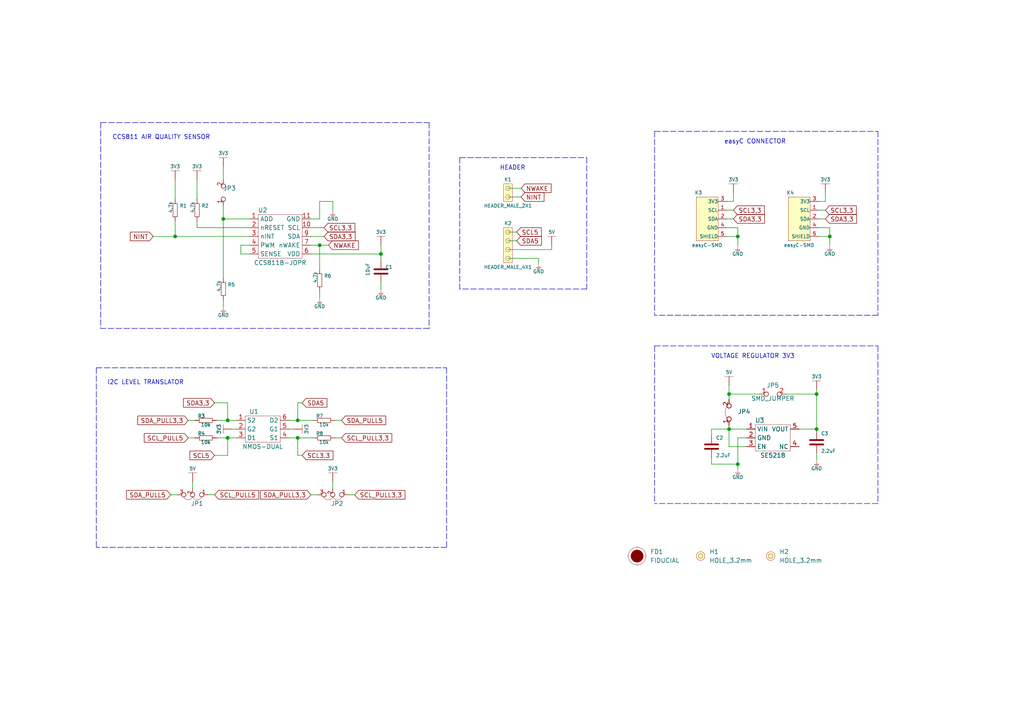
<source format=kicad_sch>
(kicad_sch (version 20210621) (generator eeschema)

  (uuid a53856d0-1683-4a09-96dd-ef025565235f)

  (paper "A4")

  (title_block
    (title "CCS811 breakout")
    (date "2021-06-10")
    (rev "V1.1.1.")
    (company "SOLDERED")
    (comment 1 "333009")
  )

  (lib_symbols
    (symbol "e-radionica.com schematics:0603C" (pin_numbers hide) (pin_names (offset 0.002)) (in_bom yes) (on_board yes)
      (property "Reference" "C" (id 0) (at -0.635 3.175 0)
        (effects (font (size 1 1)))
      )
      (property "Value" "0603C" (id 1) (at 0 -3.175 0)
        (effects (font (size 1 1)))
      )
      (property "Footprint" "e-radionica.com footprinti:0603C" (id 2) (at 0 0 0)
        (effects (font (size 1 1)) hide)
      )
      (property "Datasheet" "" (id 3) (at 0 0 0)
        (effects (font (size 1 1)) hide)
      )
      (symbol "0603C_0_1"
        (polyline
          (pts
            (xy -0.635 1.905)
            (xy -0.635 -1.905)
          )
          (stroke (width 0.5)) (fill (type none))
        )
        (polyline
          (pts
            (xy 0.635 1.905)
            (xy 0.635 -1.905)
          )
          (stroke (width 0.5)) (fill (type none))
        )
      )
      (symbol "0603C_1_1"
        (pin passive line (at -3.175 0 0) (length 2.54)
          (name "~" (effects (font (size 1.27 1.27))))
          (number "1" (effects (font (size 1.27 1.27))))
        )
        (pin passive line (at 3.175 0 180) (length 2.54)
          (name "~" (effects (font (size 1.27 1.27))))
          (number "2" (effects (font (size 1.27 1.27))))
        )
      )
    )
    (symbol "e-radionica.com schematics:0603R" (pin_numbers hide) (pin_names (offset 0.254)) (in_bom yes) (on_board yes)
      (property "Reference" "R" (id 0) (at -1.905 1.905 0)
        (effects (font (size 1 1)))
      )
      (property "Value" "0603R" (id 1) (at 0 -1.905 0)
        (effects (font (size 1 1)))
      )
      (property "Footprint" "e-radionica.com footprinti:0603R" (id 2) (at -0.635 1.905 0)
        (effects (font (size 1 1)) hide)
      )
      (property "Datasheet" "" (id 3) (at -0.635 1.905 0)
        (effects (font (size 1 1)) hide)
      )
      (symbol "0603R_0_1"
        (rectangle (start -1.905 -0.635) (end 1.905 -0.6604)
          (stroke (width 0.1)) (fill (type none))
        )
        (rectangle (start -1.905 0.635) (end -1.8796 -0.635)
          (stroke (width 0.1)) (fill (type none))
        )
        (rectangle (start -1.905 0.635) (end 1.905 0.6096)
          (stroke (width 0.1)) (fill (type none))
        )
        (rectangle (start 1.905 0.635) (end 1.9304 -0.635)
          (stroke (width 0.1)) (fill (type none))
        )
      )
      (symbol "0603R_1_1"
        (pin passive line (at -3.175 0 0) (length 1.27)
          (name "~" (effects (font (size 1.27 1.27))))
          (number "1" (effects (font (size 1.27 1.27))))
        )
        (pin passive line (at 3.175 0 180) (length 1.27)
          (name "~" (effects (font (size 1.27 1.27))))
          (number "2" (effects (font (size 1.27 1.27))))
        )
      )
    )
    (symbol "e-radionica.com schematics:1206C" (pin_numbers hide) (in_bom yes) (on_board yes)
      (property "Reference" "C" (id 0) (at -0.635 3.175 0)
        (effects (font (size 1 1)))
      )
      (property "Value" "1206C" (id 1) (at 0 -3.175 0)
        (effects (font (size 1 1)))
      )
      (property "Footprint" "e-radionica.com footprinti:1206C" (id 2) (at 0 0 0)
        (effects (font (size 1 1)) hide)
      )
      (property "Datasheet" "" (id 3) (at 0 0 0)
        (effects (font (size 1 1)) hide)
      )
      (symbol "1206C_0_1"
        (polyline
          (pts
            (xy -0.635 1.905)
            (xy -0.635 -1.905)
          )
          (stroke (width 0.5)) (fill (type none))
        )
        (polyline
          (pts
            (xy 0.635 1.905)
            (xy 0.635 -1.905)
          )
          (stroke (width 0.5)) (fill (type none))
        )
      )
      (symbol "1206C_1_1"
        (pin passive line (at -3.175 0 0) (length 2.54)
          (name "~" (effects (font (size 1.27 1.27))))
          (number "1" (effects (font (size 1.27 1.27))))
        )
        (pin passive line (at 3.175 0 180) (length 2.54)
          (name "~" (effects (font (size 1.27 1.27))))
          (number "2" (effects (font (size 1.27 1.27))))
        )
      )
    )
    (symbol "e-radionica.com schematics:3V3" (power) (pin_names (offset 0)) (in_bom yes) (on_board yes)
      (property "Reference" "#PWR" (id 0) (at 4.445 0 0)
        (effects (font (size 1 1)) hide)
      )
      (property "Value" "3V3" (id 1) (at 0 3.556 0)
        (effects (font (size 1 1)))
      )
      (property "Footprint" "" (id 2) (at 4.445 3.81 0)
        (effects (font (size 1 1)) hide)
      )
      (property "Datasheet" "" (id 3) (at 4.445 3.81 0)
        (effects (font (size 1 1)) hide)
      )
      (property "ki_keywords" "power-flag" (id 4) (at 0 0 0)
        (effects (font (size 1.27 1.27)) hide)
      )
      (property "ki_description" "Power symbol creates a global label with name \"+3V3\"" (id 5) (at 0 0 0)
        (effects (font (size 1.27 1.27)) hide)
      )
      (symbol "3V3_0_1"
        (polyline
          (pts
            (xy -1.27 2.54)
            (xy 1.27 2.54)
          )
          (stroke (width 0.0006)) (fill (type none))
        )
        (polyline
          (pts
            (xy 0 0)
            (xy 0 2.54)
          )
          (stroke (width 0)) (fill (type none))
        )
      )
      (symbol "3V3_1_1"
        (pin power_in line (at 0 0 90) (length 0) hide
          (name "3V3" (effects (font (size 1.27 1.27))))
          (number "1" (effects (font (size 1.27 1.27))))
        )
      )
    )
    (symbol "e-radionica.com schematics:5V" (power) (pin_names (offset 0)) (in_bom yes) (on_board yes)
      (property "Reference" "#PWR" (id 0) (at 4.445 0 0)
        (effects (font (size 1 1)) hide)
      )
      (property "Value" "5V" (id 1) (at 0 3.556 0)
        (effects (font (size 1 1)))
      )
      (property "Footprint" "" (id 2) (at 4.445 3.81 0)
        (effects (font (size 1 1)) hide)
      )
      (property "Datasheet" "" (id 3) (at 4.445 3.81 0)
        (effects (font (size 1 1)) hide)
      )
      (property "ki_keywords" "power-flag" (id 4) (at 0 0 0)
        (effects (font (size 1.27 1.27)) hide)
      )
      (property "ki_description" "Power symbol creates a global label with name \"+3V3\"" (id 5) (at 0 0 0)
        (effects (font (size 1.27 1.27)) hide)
      )
      (symbol "5V_0_1"
        (polyline
          (pts
            (xy -1.27 2.54)
            (xy 1.27 2.54)
          )
          (stroke (width 0.0006)) (fill (type none))
        )
        (polyline
          (pts
            (xy 0 0)
            (xy 0 2.54)
          )
          (stroke (width 0)) (fill (type none))
        )
      )
      (symbol "5V_1_1"
        (pin power_in line (at 0 0 90) (length 0) hide
          (name "5V" (effects (font (size 1.27 1.27))))
          (number "1" (effects (font (size 1.27 1.27))))
        )
      )
    )
    (symbol "e-radionica.com schematics:CCS811B-JOPR" (in_bom yes) (on_board yes)
      (property "Reference" "U" (id 0) (at 0 7.62 0)
        (effects (font (size 1.27 1.27)))
      )
      (property "Value" "CCS811B-JOPR" (id 1) (at 0 -8.89 0)
        (effects (font (size 1.27 1.27)))
      )
      (property "Footprint" "e-radionica.com footprinti:CCS811" (id 2) (at -3.81 0 0)
        (effects (font (size 1.27 1.27)) hide)
      )
      (property "Datasheet" "" (id 3) (at -3.81 0 0)
        (effects (font (size 1.27 1.27)) hide)
      )
      (symbol "CCS811B-JOPR_0_1"
        (rectangle (start -6.35 6.35) (end 6.35 -6.35)
          (stroke (width 0.0006)) (fill (type none))
        )
      )
      (symbol "CCS811B-JOPR_1_1"
        (pin passive line (at -8.89 5.08 0) (length 2.54)
          (name "ADD" (effects (font (size 1.27 1.27))))
          (number "1" (effects (font (size 1.27 1.27))))
        )
        (pin passive line (at 8.89 2.54 180) (length 2.54)
          (name "SCL" (effects (font (size 1.27 1.27))))
          (number "10" (effects (font (size 1.27 1.27))))
        )
        (pin passive line (at 8.89 5.08 180) (length 2.54)
          (name "GND" (effects (font (size 1.27 1.27))))
          (number "11" (effects (font (size 1.27 1.27))))
        )
        (pin passive line (at -8.89 2.54 0) (length 2.54)
          (name "nRESET" (effects (font (size 1.27 1.27))))
          (number "2" (effects (font (size 1.27 1.27))))
        )
        (pin passive line (at -8.89 0 0) (length 2.54)
          (name "nINT" (effects (font (size 1.27 1.27))))
          (number "3" (effects (font (size 1.27 1.27))))
        )
        (pin passive line (at -8.89 -2.54 0) (length 2.54)
          (name "PWM" (effects (font (size 1.27 1.27))))
          (number "4" (effects (font (size 1.27 1.27))))
        )
        (pin passive line (at -8.89 -5.08 0) (length 2.54)
          (name "SENSE" (effects (font (size 1.27 1.27))))
          (number "5" (effects (font (size 1.27 1.27))))
        )
        (pin passive line (at 8.89 -5.08 180) (length 2.54)
          (name "VDD" (effects (font (size 1.27 1.27))))
          (number "6" (effects (font (size 1.27 1.27))))
        )
        (pin passive line (at 8.89 -2.54 180) (length 2.54)
          (name "nWAKE" (effects (font (size 1.27 1.27))))
          (number "7" (effects (font (size 1.27 1.27))))
        )
        (pin passive line (at 8.89 0 180) (length 2.54)
          (name "SDA" (effects (font (size 1.27 1.27))))
          (number "9" (effects (font (size 1.27 1.27))))
        )
      )
    )
    (symbol "e-radionica.com schematics:FIDUCIAL" (in_bom no) (on_board yes)
      (property "Reference" "FD" (id 0) (at 0 3.81 0)
        (effects (font (size 1.27 1.27)))
      )
      (property "Value" "FIDUCIAL" (id 1) (at 0 -3.81 0)
        (effects (font (size 1.27 1.27)))
      )
      (property "Footprint" "e-radionica.com footprinti:FIDUCIAL_23" (id 2) (at 0.254 -5.334 0)
        (effects (font (size 1.27 1.27)) hide)
      )
      (property "Datasheet" "" (id 3) (at 0 0 0)
        (effects (font (size 1.27 1.27)) hide)
      )
      (symbol "FIDUCIAL_0_1"
        (circle (center 0 0) (radius 2.54) (stroke (width 0.0006)) (fill (type none)))
        (circle (center 0 0) (radius 1.7961) (stroke (width 0.001)) (fill (type outline)))
        (polyline
          (pts
            (xy -2.54 0)
            (xy -2.794 0)
          )
          (stroke (width 0.0006)) (fill (type none))
        )
        (polyline
          (pts
            (xy 0 -2.54)
            (xy 0 -2.794)
          )
          (stroke (width 0.0006)) (fill (type none))
        )
        (polyline
          (pts
            (xy 0 2.54)
            (xy 0 2.794)
          )
          (stroke (width 0.0006)) (fill (type none))
        )
        (polyline
          (pts
            (xy 2.54 0)
            (xy 2.794 0)
          )
          (stroke (width 0.0006)) (fill (type none))
        )
      )
    )
    (symbol "e-radionica.com schematics:GND" (power) (pin_names (offset 0)) (in_bom yes) (on_board yes)
      (property "Reference" "#PWR" (id 0) (at 4.445 0 0)
        (effects (font (size 1 1)) hide)
      )
      (property "Value" "GND" (id 1) (at 0 -2.921 0)
        (effects (font (size 1 1)))
      )
      (property "Footprint" "" (id 2) (at 4.445 3.81 0)
        (effects (font (size 1 1)) hide)
      )
      (property "Datasheet" "" (id 3) (at 4.445 3.81 0)
        (effects (font (size 1 1)) hide)
      )
      (property "ki_keywords" "power-flag" (id 4) (at 0 0 0)
        (effects (font (size 1.27 1.27)) hide)
      )
      (property "ki_description" "Power symbol creates a global label with name \"+3V3\"" (id 5) (at 0 0 0)
        (effects (font (size 1.27 1.27)) hide)
      )
      (symbol "GND_0_1"
        (polyline
          (pts
            (xy -0.762 -1.27)
            (xy 0.762 -1.27)
          )
          (stroke (width 0.0006)) (fill (type none))
        )
        (polyline
          (pts
            (xy -0.635 -1.524)
            (xy 0.635 -1.524)
          )
          (stroke (width 0.0006)) (fill (type none))
        )
        (polyline
          (pts
            (xy -0.381 -1.778)
            (xy 0.381 -1.778)
          )
          (stroke (width 0.0006)) (fill (type none))
        )
        (polyline
          (pts
            (xy -0.127 -2.032)
            (xy 0.127 -2.032)
          )
          (stroke (width 0.0006)) (fill (type none))
        )
        (polyline
          (pts
            (xy 0 0)
            (xy 0 -1.27)
          )
          (stroke (width 0.0006)) (fill (type none))
        )
      )
      (symbol "GND_1_1"
        (pin power_in line (at 0 0 270) (length 0) hide
          (name "GND" (effects (font (size 1.27 1.27))))
          (number "1" (effects (font (size 1.27 1.27))))
        )
      )
    )
    (symbol "e-radionica.com schematics:HEADER_MALE_2X1" (pin_numbers hide) (pin_names hide) (in_bom yes) (on_board yes)
      (property "Reference" "K" (id 0) (at -1.27 5.08 0)
        (effects (font (size 1 1)))
      )
      (property "Value" "HEADER_MALE_2X1" (id 1) (at 0 -2.54 0)
        (effects (font (size 1 1)))
      )
      (property "Footprint" "e-radionica.com footprinti:HEADER_MALE_2X1" (id 2) (at 0 0 0)
        (effects (font (size 1 1)) hide)
      )
      (property "Datasheet" "" (id 3) (at 0 0 0)
        (effects (font (size 1 1)) hide)
      )
      (symbol "HEADER_MALE_2X1_0_1"
        (circle (center 0 0) (radius 0.635) (stroke (width 0.0006)) (fill (type none)))
        (circle (center 0 2.54) (radius 0.635) (stroke (width 0.0006)) (fill (type none)))
        (rectangle (start 1.27 -1.27) (end -1.27 3.81)
          (stroke (width 0.001)) (fill (type background))
        )
      )
      (symbol "HEADER_MALE_2X1_1_1"
        (pin passive line (at 0 0 180) (length 0)
          (name "~" (effects (font (size 1 1))))
          (number "1" (effects (font (size 1 1))))
        )
        (pin passive line (at 0 2.54 180) (length 0)
          (name "~" (effects (font (size 1 1))))
          (number "2" (effects (font (size 1 1))))
        )
      )
    )
    (symbol "e-radionica.com schematics:HEADER_MALE_4X1" (pin_numbers hide) (pin_names hide) (in_bom yes) (on_board yes)
      (property "Reference" "K" (id 0) (at -0.635 7.62 0)
        (effects (font (size 1 1)))
      )
      (property "Value" "HEADER_MALE_4X1" (id 1) (at 0 -5.08 0)
        (effects (font (size 1 1)))
      )
      (property "Footprint" "e-radionica.com footprinti:HEADER_MALE_4X1" (id 2) (at 0 -2.54 0)
        (effects (font (size 1 1)) hide)
      )
      (property "Datasheet" "" (id 3) (at 0 -2.54 0)
        (effects (font (size 1 1)) hide)
      )
      (symbol "HEADER_MALE_4X1_0_1"
        (circle (center 0 -2.54) (radius 0.635) (stroke (width 0.0006)) (fill (type none)))
        (circle (center 0 0) (radius 0.635) (stroke (width 0.0006)) (fill (type none)))
        (circle (center 0 2.54) (radius 0.635) (stroke (width 0.0006)) (fill (type none)))
        (circle (center 0 5.08) (radius 0.635) (stroke (width 0.0006)) (fill (type none)))
        (rectangle (start 1.27 -3.81) (end -1.27 6.35)
          (stroke (width 0.001)) (fill (type background))
        )
      )
      (symbol "HEADER_MALE_4X1_1_1"
        (pin passive line (at 0 -2.54 180) (length 0)
          (name "~" (effects (font (size 1 1))))
          (number "1" (effects (font (size 1 1))))
        )
        (pin passive line (at 0 0 180) (length 0)
          (name "~" (effects (font (size 1 1))))
          (number "2" (effects (font (size 1 1))))
        )
        (pin passive line (at 0 2.54 180) (length 0)
          (name "~" (effects (font (size 1 1))))
          (number "3" (effects (font (size 1 1))))
        )
        (pin passive line (at 0 5.08 180) (length 0)
          (name "~" (effects (font (size 1 1))))
          (number "4" (effects (font (size 1 1))))
        )
      )
    )
    (symbol "e-radionica.com schematics:HOLE_3.2mm" (pin_numbers hide) (pin_names hide) (in_bom yes) (on_board yes)
      (property "Reference" "H" (id 0) (at 0 2.54 0)
        (effects (font (size 1.27 1.27)))
      )
      (property "Value" "HOLE_3.2mm" (id 1) (at 0 -2.54 0)
        (effects (font (size 1.27 1.27)))
      )
      (property "Footprint" "e-radionica.com footprinti:HOLE_3.2mm" (id 2) (at 0 0 0)
        (effects (font (size 1.27 1.27)) hide)
      )
      (property "Datasheet" "" (id 3) (at 0 0 0)
        (effects (font (size 1.27 1.27)) hide)
      )
      (symbol "HOLE_3.2mm_0_1"
        (circle (center 0 0) (radius 0.635) (stroke (width 0.0006)) (fill (type none)))
        (circle (center 0 0) (radius 1.27) (stroke (width 0.001)) (fill (type background)))
      )
    )
    (symbol "e-radionica.com schematics:NMOS-DUAL" (in_bom yes) (on_board yes)
      (property "Reference" "U" (id 0) (at -3.81 5.08 0)
        (effects (font (size 1.27 1.27)))
      )
      (property "Value" "NMOS-DUAL" (id 1) (at 0 -5.08 0)
        (effects (font (size 1.27 1.27)))
      )
      (property "Footprint" "e-radionica.com footprinti:SOT-363" (id 2) (at 0 -7.62 0)
        (effects (font (size 1.27 1.27)) hide)
      )
      (property "Datasheet" "" (id 3) (at 0 -2.54 0)
        (effects (font (size 1.27 1.27)) hide)
      )
      (symbol "NMOS-DUAL_0_1"
        (rectangle (start -5.08 3.81) (end 5.08 -3.81)
          (stroke (width 0.0006)) (fill (type none))
        )
      )
      (symbol "NMOS-DUAL_1_1"
        (pin input line (at -7.62 2.54 0) (length 2.54)
          (name "S2" (effects (font (size 1.27 1.27))))
          (number "1" (effects (font (size 1.27 1.27))))
        )
        (pin input line (at -7.62 0 0) (length 2.54)
          (name "G2" (effects (font (size 1.27 1.27))))
          (number "2" (effects (font (size 1.27 1.27))))
        )
        (pin input line (at -7.62 -2.54 0) (length 2.54)
          (name "D1" (effects (font (size 1.27 1.27))))
          (number "3" (effects (font (size 1.27 1.27))))
        )
        (pin input line (at 7.62 -2.54 180) (length 2.54)
          (name "S1" (effects (font (size 1.27 1.27))))
          (number "4" (effects (font (size 1.27 1.27))))
        )
        (pin input line (at 7.62 0 180) (length 2.54)
          (name "G1" (effects (font (size 1.27 1.27))))
          (number "5" (effects (font (size 1.27 1.27))))
        )
        (pin input line (at 7.62 2.54 180) (length 2.54)
          (name "D2" (effects (font (size 1.27 1.27))))
          (number "6" (effects (font (size 1.27 1.27))))
        )
      )
    )
    (symbol "e-radionica.com schematics:SE5218" (in_bom yes) (on_board yes)
      (property "Reference" "U" (id 0) (at -3.81 5.08 0)
        (effects (font (size 1.27 1.27)))
      )
      (property "Value" "SE5218" (id 1) (at 0 -5.08 0)
        (effects (font (size 1.27 1.27)))
      )
      (property "Footprint" "e-radionica.com footprinti:SOT-23-5" (id 2) (at 0 0 0)
        (effects (font (size 1.27 1.27)) hide)
      )
      (property "Datasheet" "" (id 3) (at 0 0 0)
        (effects (font (size 1.27 1.27)) hide)
      )
      (symbol "SE5218_0_1"
        (rectangle (start -5.08 3.81) (end 5.08 -3.81)
          (stroke (width 0.0006)) (fill (type none))
        )
      )
      (symbol "SE5218_1_1"
        (pin power_in line (at -7.62 2.54 0) (length 2.54)
          (name "VIN" (effects (font (size 1.27 1.27))))
          (number "1" (effects (font (size 1.27 1.27))))
        )
        (pin power_in line (at -7.62 0 0) (length 2.54)
          (name "GND" (effects (font (size 1.27 1.27))))
          (number "2" (effects (font (size 1.27 1.27))))
        )
        (pin input line (at -7.62 -2.54 0) (length 2.54)
          (name "EN" (effects (font (size 1.27 1.27))))
          (number "3" (effects (font (size 1.27 1.27))))
        )
        (pin passive line (at 7.62 -2.54 180) (length 2.54)
          (name "NC" (effects (font (size 1.27 1.27))))
          (number "4" (effects (font (size 1.27 1.27))))
        )
        (pin power_out line (at 7.62 2.54 180) (length 2.54)
          (name "VOUT" (effects (font (size 1.27 1.27))))
          (number "5" (effects (font (size 1.27 1.27))))
        )
      )
    )
    (symbol "e-radionica.com schematics:SMD-JUMPER-CONNECTED_TRACE_SLODERMASK" (in_bom yes) (on_board yes)
      (property "Reference" "JP" (id 0) (at 0 3.556 0)
        (effects (font (size 1.27 1.27)))
      )
      (property "Value" "SMD-JUMPER-CONNECTED_TRACE_SLODERMASK" (id 1) (at 0 -2.54 0)
        (effects (font (size 1.27 1.27)))
      )
      (property "Footprint" "e-radionica.com footprinti:SMD-JUMPER-CONNECTED_TRACE_SLODERMASK" (id 2) (at 0 -5.715 0)
        (effects (font (size 1.27 1.27)) hide)
      )
      (property "Datasheet" "" (id 3) (at 0 0 0)
        (effects (font (size 1.27 1.27)) hide)
      )
      (symbol "SMD-JUMPER-CONNECTED_TRACE_SLODERMASK_0_1"
        (arc (start -1.8034 0.5588) (end 1.397 0.5842) (radius (at -0.1875 -1.4124) (length 2.5489) (angles 129.3 51.6))
          (stroke (width 0.0006)) (fill (type none))
        )
      )
      (symbol "SMD-JUMPER-CONNECTED_TRACE_SLODERMASK_1_1"
        (pin passive inverted (at -4.064 0 0) (length 2.54)
          (name "" (effects (font (size 1.27 1.27))))
          (number "1" (effects (font (size 1.27 1.27))))
        )
        (pin passive inverted (at 3.556 0 180) (length 2.54)
          (name "" (effects (font (size 1.27 1.27))))
          (number "2" (effects (font (size 1.27 1.27))))
        )
      )
    )
    (symbol "e-radionica.com schematics:SMD_JUMPER" (in_bom yes) (on_board yes)
      (property "Reference" "JP" (id 0) (at 0 1.397 0)
        (effects (font (size 1.27 1.27)))
      )
      (property "Value" "SMD_JUMPER" (id 1) (at 0.508 -3.048 0)
        (effects (font (size 1.27 1.27)))
      )
      (property "Footprint" "e-radionica.com footprinti:SMD_JUMPER" (id 2) (at 0 0 0)
        (effects (font (size 1.27 1.27)) hide)
      )
      (property "Datasheet" "" (id 3) (at 0 0 0)
        (effects (font (size 1.27 1.27)) hide)
      )
      (symbol "SMD_JUMPER_1_1"
        (pin passive inverted (at -3.81 0 0) (length 2.54)
          (name "" (effects (font (size 1.27 1.27))))
          (number "1" (effects (font (size 1.27 1.27))))
        )
        (pin passive inverted (at 3.81 0 180) (length 2.54)
          (name "" (effects (font (size 1.27 1.27))))
          (number "2" (effects (font (size 1.27 1.27))))
        )
      )
    )
    (symbol "e-radionica.com schematics:SMD_JUMPER_3_PAD_TRACE" (in_bom yes) (on_board yes)
      (property "Reference" "JP" (id 0) (at 0.0254 5.461 0)
        (effects (font (size 1.27 1.27)))
      )
      (property "Value" "SMD_JUMPER_3_PAD_TRACE" (id 1) (at 0.3048 -4.572 0)
        (effects (font (size 1.27 1.27)))
      )
      (property "Footprint" "e-radionica.com footprinti:SMD_JUMPER_3_PAD_TRACE" (id 2) (at 0 -1.27 0)
        (effects (font (size 1.27 1.27)) hide)
      )
      (property "Datasheet" "" (id 3) (at 0 0 0)
        (effects (font (size 1.27 1.27)) hide)
      )
      (symbol "SMD_JUMPER_3_PAD_TRACE_0_1"
        (arc (start -2.6162 0.6096) (end 0 0.5842) (radius (at -1.3133 0.057) (length 1.4152) (angles 157 21.9))
          (stroke (width 0.0006)) (fill (type none))
        )
        (arc (start 0 0.6096) (end 2.5908 0.6604) (radius (at 1.308 -0.0085) (length 1.4467) (angles 154.7 27.5))
          (stroke (width 0.0006)) (fill (type none))
        )
      )
      (symbol "SMD_JUMPER_3_PAD_TRACE_1_1"
        (pin passive inverted (at -4.5212 -0.0254 0) (length 2.54)
          (name "" (effects (font (size 1 1))))
          (number "1" (effects (font (size 1 1))))
        )
        (pin passive inverted (at 0.0254 -1.9304 90) (length 2.54)
          (name "" (effects (font (size 1 1))))
          (number "2" (effects (font (size 1 1))))
        )
        (pin passive inverted (at 4.4704 0 180) (length 2.54)
          (name "" (effects (font (size 1 1))))
          (number "3" (effects (font (size 1 1))))
        )
      )
    )
    (symbol "e-radionica.com schematics:easyC-SMD" (pin_names (offset 0.002)) (in_bom yes) (on_board yes)
      (property "Reference" "K" (id 0) (at -2.54 10.16 0)
        (effects (font (size 1 1)))
      )
      (property "Value" "easyC-SMD" (id 1) (at 0 -5.08 0)
        (effects (font (size 1 1)))
      )
      (property "Footprint" "e-radionica.com footprinti:easyC-connector" (id 2) (at 3.175 2.54 0)
        (effects (font (size 1 1)) hide)
      )
      (property "Datasheet" "" (id 3) (at 3.175 2.54 0)
        (effects (font (size 1 1)) hide)
      )
      (symbol "easyC-SMD_0_1"
        (rectangle (start -3.175 8.89) (end 3.175 -3.81)
          (stroke (width 0.001)) (fill (type background))
        )
      )
      (symbol "easyC-SMD_1_1"
        (pin passive line (at 5.715 5.08 180) (length 2.54)
          (name "SCL" (effects (font (size 1 1))))
          (number "1" (effects (font (size 1 1))))
        )
        (pin passive line (at 5.715 2.54 180) (length 2.54)
          (name "SDA" (effects (font (size 1 1))))
          (number "2" (effects (font (size 1 1))))
        )
        (pin passive line (at 5.715 7.62 180) (length 2.54)
          (name "3V3" (effects (font (size 1 1))))
          (number "3" (effects (font (size 1 1))))
        )
        (pin passive line (at 5.715 0 180) (length 2.54)
          (name "GND" (effects (font (size 1 1))))
          (number "4" (effects (font (size 1 1))))
        )
        (pin passive line (at 5.715 -2.54 180) (length 2.54)
          (name "SHIELD" (effects (font (size 1 1))))
          (number "5" (effects (font (size 1 1))))
        )
      )
    )
  )

  (junction (at 50.8 68.58) (diameter 0.9144) (color 0 0 0 0))
  (junction (at 64.77 63.5) (diameter 0.9144) (color 0 0 0 0))
  (junction (at 66.04 121.92) (diameter 0.9144) (color 0 0 0 0))
  (junction (at 66.04 127) (diameter 0.9144) (color 0 0 0 0))
  (junction (at 86.36 121.92) (diameter 0.9144) (color 0 0 0 0))
  (junction (at 86.36 127) (diameter 0.9144) (color 0 0 0 0))
  (junction (at 92.71 71.12) (diameter 0.9144) (color 0 0 0 0))
  (junction (at 110.49 73.66) (diameter 0.9144) (color 0 0 0 0))
  (junction (at 211.455 114.3) (diameter 0.9144) (color 0 0 0 0))
  (junction (at 211.455 124.46) (diameter 0.9144) (color 0 0 0 0))
  (junction (at 213.995 68.58) (diameter 0.9144) (color 0 0 0 0))
  (junction (at 213.995 134.62) (diameter 0.9144) (color 0 0 0 0))
  (junction (at 236.855 114.3) (diameter 0.9144) (color 0 0 0 0))
  (junction (at 236.855 124.46) (diameter 0.9144) (color 0 0 0 0))
  (junction (at 240.665 68.58) (diameter 0.9144) (color 0 0 0 0))

  (wire (pts (xy 44.45 68.58) (xy 50.8 68.58))
    (stroke (width 0) (type solid) (color 0 0 0 0))
    (uuid 5593580d-aba3-4c45-a8eb-06602d43198a)
  )
  (wire (pts (xy 49.53 143.51) (xy 51.4096 143.51))
    (stroke (width 0) (type solid) (color 0 0 0 0))
    (uuid 33962cc3-4110-47fc-a2c5-691c2ab582e5)
  )
  (wire (pts (xy 50.8 52.07) (xy 50.8 57.785))
    (stroke (width 0) (type solid) (color 0 0 0 0))
    (uuid bd210bca-0c06-456b-89e7-b507557d7f51)
  )
  (wire (pts (xy 50.8 64.135) (xy 50.8 68.58))
    (stroke (width 0) (type solid) (color 0 0 0 0))
    (uuid 47ca3fad-f964-43de-a80f-51798471e9a9)
  )
  (wire (pts (xy 50.8 68.58) (xy 72.39 68.58))
    (stroke (width 0) (type solid) (color 0 0 0 0))
    (uuid 5593580d-aba3-4c45-a8eb-06602d43198a)
  )
  (wire (pts (xy 54.61 121.92) (xy 56.515 121.92))
    (stroke (width 0) (type solid) (color 0 0 0 0))
    (uuid f017f681-508e-48ce-97f9-fb0c2788c1af)
  )
  (wire (pts (xy 54.61 127) (xy 56.515 127))
    (stroke (width 0) (type solid) (color 0 0 0 0))
    (uuid 2e4c1b3b-d96e-4420-b472-1432973ddb4a)
  )
  (wire (pts (xy 55.8546 139.7) (xy 55.88 139.7))
    (stroke (width 0) (type solid) (color 0 0 0 0))
    (uuid 878b5e43-98b6-4342-8323-988293805c2b)
  )
  (wire (pts (xy 55.8546 141.5796) (xy 55.8546 139.7))
    (stroke (width 0) (type solid) (color 0 0 0 0))
    (uuid bf543eee-c2f5-4b82-9678-00d6f9f767fa)
  )
  (wire (pts (xy 57.15 52.07) (xy 57.15 57.785))
    (stroke (width 0) (type solid) (color 0 0 0 0))
    (uuid b4829d4a-6363-4378-88b3-5cfc2262c75e)
  )
  (wire (pts (xy 57.15 66.04) (xy 57.15 64.135))
    (stroke (width 0) (type solid) (color 0 0 0 0))
    (uuid 7b27afa8-7415-4573-9fcf-fdd222a806c1)
  )
  (wire (pts (xy 60.4012 143.4846) (xy 62.23 143.4846))
    (stroke (width 0) (type solid) (color 0 0 0 0))
    (uuid 71503acd-7e20-4a1e-b1d9-70f768aa56ab)
  )
  (wire (pts (xy 62.23 116.84) (xy 66.04 116.84))
    (stroke (width 0) (type solid) (color 0 0 0 0))
    (uuid 4268b91a-0d21-4a70-887e-68ec6288dab2)
  )
  (wire (pts (xy 62.23 132.08) (xy 66.04 132.08))
    (stroke (width 0) (type solid) (color 0 0 0 0))
    (uuid f7ac0671-400c-4e5a-bfec-5e1cbe9180da)
  )
  (wire (pts (xy 62.23 143.4846) (xy 62.23 143.51))
    (stroke (width 0) (type solid) (color 0 0 0 0))
    (uuid 3e5ef674-df72-4e7b-b301-061e1f19ea15)
  )
  (wire (pts (xy 62.865 121.92) (xy 66.04 121.92))
    (stroke (width 0) (type solid) (color 0 0 0 0))
    (uuid 518873ee-4e24-4fdd-8eaf-f99cf9534ad9)
  )
  (wire (pts (xy 62.865 127) (xy 66.04 127))
    (stroke (width 0) (type solid) (color 0 0 0 0))
    (uuid a327984d-493c-4583-80e8-7f02edf41711)
  )
  (wire (pts (xy 64.77 48.26) (xy 64.77 52.07))
    (stroke (width 0) (type solid) (color 0 0 0 0))
    (uuid 17ee9c65-1b86-4891-afb6-24fcb5c1ad6c)
  )
  (wire (pts (xy 64.77 59.69) (xy 64.77 63.5))
    (stroke (width 0) (type solid) (color 0 0 0 0))
    (uuid e3718fa7-0b46-4877-86ff-6a1b83a40f91)
  )
  (wire (pts (xy 64.77 63.5) (xy 64.77 80.645))
    (stroke (width 0) (type solid) (color 0 0 0 0))
    (uuid 8f6109d4-da66-4ecf-9596-1bb3c808e8c0)
  )
  (wire (pts (xy 64.77 86.995) (xy 64.77 88.9))
    (stroke (width 0) (type solid) (color 0 0 0 0))
    (uuid b0341a29-ab57-4185-b800-0c1df3652265)
  )
  (wire (pts (xy 66.04 116.84) (xy 66.04 121.92))
    (stroke (width 0) (type solid) (color 0 0 0 0))
    (uuid 1cba552b-1cc0-4124-a6c4-286224ab55c4)
  )
  (wire (pts (xy 66.04 121.92) (xy 68.58 121.92))
    (stroke (width 0) (type solid) (color 0 0 0 0))
    (uuid 1bd8acc3-6d4a-4554-a1bf-e4a4ceb7d9be)
  )
  (wire (pts (xy 66.04 127) (xy 68.58 127))
    (stroke (width 0) (type solid) (color 0 0 0 0))
    (uuid 15e54ddb-c20f-4996-99a3-23772fffffdf)
  )
  (wire (pts (xy 66.04 132.08) (xy 66.04 127))
    (stroke (width 0) (type solid) (color 0 0 0 0))
    (uuid aef2f9d7-55b4-4102-a214-36af25efad0b)
  )
  (wire (pts (xy 67.31 124.46) (xy 68.58 124.46))
    (stroke (width 0) (type solid) (color 0 0 0 0))
    (uuid dc661e7b-ba40-4fe5-aa75-243fbb87fb4b)
  )
  (wire (pts (xy 69.85 71.12) (xy 69.85 73.66))
    (stroke (width 0) (type solid) (color 0 0 0 0))
    (uuid 7dddf613-c604-47e3-b614-efba94cdfe6d)
  )
  (wire (pts (xy 69.85 73.66) (xy 72.39 73.66))
    (stroke (width 0) (type solid) (color 0 0 0 0))
    (uuid 7dddf613-c604-47e3-b614-efba94cdfe6d)
  )
  (wire (pts (xy 72.39 63.5) (xy 64.77 63.5))
    (stroke (width 0) (type solid) (color 0 0 0 0))
    (uuid 8f6109d4-da66-4ecf-9596-1bb3c808e8c0)
  )
  (wire (pts (xy 72.39 66.04) (xy 57.15 66.04))
    (stroke (width 0) (type solid) (color 0 0 0 0))
    (uuid 7b27afa8-7415-4573-9fcf-fdd222a806c1)
  )
  (wire (pts (xy 72.39 71.12) (xy 69.85 71.12))
    (stroke (width 0) (type solid) (color 0 0 0 0))
    (uuid 7dddf613-c604-47e3-b614-efba94cdfe6d)
  )
  (wire (pts (xy 83.82 121.92) (xy 86.36 121.92))
    (stroke (width 0) (type solid) (color 0 0 0 0))
    (uuid 47bc8360-2933-4065-bae8-89fa3531b5f7)
  )
  (wire (pts (xy 83.82 124.46) (xy 85.09 124.46))
    (stroke (width 0) (type solid) (color 0 0 0 0))
    (uuid 4e827479-b239-42bb-8be3-a6edf7326a35)
  )
  (wire (pts (xy 83.82 127) (xy 86.36 127))
    (stroke (width 0) (type solid) (color 0 0 0 0))
    (uuid 46966fbd-8103-41d9-9566-cb3796e85854)
  )
  (wire (pts (xy 86.36 116.84) (xy 86.36 121.92))
    (stroke (width 0) (type solid) (color 0 0 0 0))
    (uuid 5e9645a5-c72d-44d7-b3d4-544c7234801c)
  )
  (wire (pts (xy 86.36 121.92) (xy 90.805 121.92))
    (stroke (width 0) (type solid) (color 0 0 0 0))
    (uuid 5adc3e86-29c9-4adb-ad1f-54697138c5d5)
  )
  (wire (pts (xy 86.36 127) (xy 90.805 127))
    (stroke (width 0) (type solid) (color 0 0 0 0))
    (uuid 38068267-c307-43b1-af28-21153c63a513)
  )
  (wire (pts (xy 86.36 132.08) (xy 86.36 127))
    (stroke (width 0) (type solid) (color 0 0 0 0))
    (uuid d96346ff-b7c1-450f-b18a-180f9c987755)
  )
  (wire (pts (xy 87.63 116.84) (xy 86.36 116.84))
    (stroke (width 0) (type solid) (color 0 0 0 0))
    (uuid 17914368-328c-4dc1-a8d7-9a76845fe870)
  )
  (wire (pts (xy 87.63 132.08) (xy 86.36 132.08))
    (stroke (width 0) (type solid) (color 0 0 0 0))
    (uuid 789e927f-54d0-40de-9301-0d81e93c3d3f)
  )
  (wire (pts (xy 90.17 63.5) (xy 92.71 63.5))
    (stroke (width 0) (type solid) (color 0 0 0 0))
    (uuid 83b294a2-9876-4d33-aa5b-f8b5f401c73b)
  )
  (wire (pts (xy 90.17 66.04) (xy 93.98 66.04))
    (stroke (width 0) (type solid) (color 0 0 0 0))
    (uuid 632195c0-65b8-4f10-8d28-f682c04d52ef)
  )
  (wire (pts (xy 90.17 68.58) (xy 93.98 68.58))
    (stroke (width 0) (type solid) (color 0 0 0 0))
    (uuid 02b9d5b2-2b8e-4fa6-9827-18f1426ff936)
  )
  (wire (pts (xy 90.17 71.12) (xy 92.71 71.12))
    (stroke (width 0) (type solid) (color 0 0 0 0))
    (uuid c3b84f6a-fe6d-495a-93aa-dbbb6784325f)
  )
  (wire (pts (xy 90.17 73.66) (xy 110.49 73.66))
    (stroke (width 0) (type solid) (color 0 0 0 0))
    (uuid 8819bf61-61fc-4399-867a-3528148ab99e)
  )
  (wire (pts (xy 90.17 143.51) (xy 92.0496 143.51))
    (stroke (width 0) (type solid) (color 0 0 0 0))
    (uuid 98ca41d4-a665-4fd8-bfb1-1fa0907231fb)
  )
  (wire (pts (xy 92.71 58.42) (xy 96.52 58.42))
    (stroke (width 0) (type solid) (color 0 0 0 0))
    (uuid 83b294a2-9876-4d33-aa5b-f8b5f401c73b)
  )
  (wire (pts (xy 92.71 63.5) (xy 92.71 58.42))
    (stroke (width 0) (type solid) (color 0 0 0 0))
    (uuid 83b294a2-9876-4d33-aa5b-f8b5f401c73b)
  )
  (wire (pts (xy 92.71 71.12) (xy 92.71 78.105))
    (stroke (width 0) (type solid) (color 0 0 0 0))
    (uuid 9889a00e-be5c-4617-9087-c6b3e2d5b015)
  )
  (wire (pts (xy 92.71 71.12) (xy 95.25 71.12))
    (stroke (width 0) (type solid) (color 0 0 0 0))
    (uuid e8018e23-7a62-41ed-a174-19361db83264)
  )
  (wire (pts (xy 92.71 84.455) (xy 92.71 86.36))
    (stroke (width 0) (type solid) (color 0 0 0 0))
    (uuid bbab00b1-d68b-476c-a5b0-b91e01cbaaf3)
  )
  (wire (pts (xy 96.4946 139.7) (xy 96.52 139.7))
    (stroke (width 0) (type solid) (color 0 0 0 0))
    (uuid 4cef55c4-cf4b-464c-a2e8-9afbf989d5da)
  )
  (wire (pts (xy 96.4946 141.5796) (xy 96.4946 139.7))
    (stroke (width 0) (type solid) (color 0 0 0 0))
    (uuid fea066ba-b518-4d84-8572-4a11443f4009)
  )
  (wire (pts (xy 96.52 58.42) (xy 96.52 60.96))
    (stroke (width 0) (type solid) (color 0 0 0 0))
    (uuid 83b294a2-9876-4d33-aa5b-f8b5f401c73b)
  )
  (wire (pts (xy 97.155 121.92) (xy 99.06 121.92))
    (stroke (width 0) (type solid) (color 0 0 0 0))
    (uuid 66e31104-f2e7-4da5-b909-3a04e5ab178f)
  )
  (wire (pts (xy 97.155 127) (xy 99.06 127))
    (stroke (width 0) (type solid) (color 0 0 0 0))
    (uuid 0289a946-52ef-4d0e-ac25-58ca58adb822)
  )
  (wire (pts (xy 101.0412 143.4846) (xy 101.0412 143.51))
    (stroke (width 0) (type solid) (color 0 0 0 0))
    (uuid 0d676a46-e62a-472e-a66e-15215e30a527)
  )
  (wire (pts (xy 101.0412 143.51) (xy 102.87 143.51))
    (stroke (width 0) (type solid) (color 0 0 0 0))
    (uuid 6bdb0fb8-136a-4c8e-be54-e731c03d0319)
  )
  (wire (pts (xy 110.49 73.66) (xy 110.49 71.12))
    (stroke (width 0) (type solid) (color 0 0 0 0))
    (uuid 8819bf61-61fc-4399-867a-3528148ab99e)
  )
  (wire (pts (xy 110.49 73.66) (xy 110.49 75.565))
    (stroke (width 0) (type solid) (color 0 0 0 0))
    (uuid 9748add5-f27b-416f-9d4b-7fad9a1f66cf)
  )
  (wire (pts (xy 110.49 81.915) (xy 110.49 83.82))
    (stroke (width 0) (type solid) (color 0 0 0 0))
    (uuid 11e6f372-04e8-4927-a248-c8e422ad6cc0)
  )
  (wire (pts (xy 147.32 54.61) (xy 151.13 54.61))
    (stroke (width 0) (type solid) (color 0 0 0 0))
    (uuid 930621d5-2715-470a-b6f8-f11b7776daec)
  )
  (wire (pts (xy 147.32 57.15) (xy 151.13 57.15))
    (stroke (width 0) (type solid) (color 0 0 0 0))
    (uuid 0726d2de-d032-460d-9fe6-53c00177cd26)
  )
  (wire (pts (xy 147.32 67.31) (xy 149.86 67.31))
    (stroke (width 0) (type solid) (color 0 0 0 0))
    (uuid ae626069-d939-4549-9a02-332cf380c5a8)
  )
  (wire (pts (xy 147.32 69.85) (xy 149.86 69.85))
    (stroke (width 0) (type solid) (color 0 0 0 0))
    (uuid 8b89613b-3a6b-447c-aff8-8ad1c0936590)
  )
  (wire (pts (xy 147.32 72.39) (xy 160.02 72.39))
    (stroke (width 0) (type solid) (color 0 0 0 0))
    (uuid 803f970e-4bcc-475b-8423-0e253b0b85db)
  )
  (wire (pts (xy 147.32 74.93) (xy 156.21 74.93))
    (stroke (width 0) (type solid) (color 0 0 0 0))
    (uuid 4ec40abf-f75b-48f5-bed4-39ccb36ef694)
  )
  (wire (pts (xy 156.21 74.93) (xy 156.21 76.2))
    (stroke (width 0) (type solid) (color 0 0 0 0))
    (uuid 4910651a-eaf7-46cb-9692-19f82e280ef8)
  )
  (wire (pts (xy 160.02 72.39) (xy 160.02 71.12))
    (stroke (width 0) (type solid) (color 0 0 0 0))
    (uuid 41f5ebdc-abbe-46a0-8a91-cb48b103d1c9)
  )
  (wire (pts (xy 206.375 124.46) (xy 211.455 124.46))
    (stroke (width 0) (type solid) (color 0 0 0 0))
    (uuid b5254a3f-4a20-4b79-964b-a6b957fa7637)
  )
  (wire (pts (xy 206.375 126.365) (xy 206.375 124.46))
    (stroke (width 0) (type solid) (color 0 0 0 0))
    (uuid 2bb144b2-765c-4d42-9e5c-9d537958f454)
  )
  (wire (pts (xy 206.375 132.715) (xy 206.375 134.62))
    (stroke (width 0) (type solid) (color 0 0 0 0))
    (uuid df90fa8c-82ab-4d00-aa4e-513970a667bd)
  )
  (wire (pts (xy 206.375 134.62) (xy 213.995 134.62))
    (stroke (width 0) (type solid) (color 0 0 0 0))
    (uuid 9de61b2b-0fcb-4cd8-afb4-f7c95e908fd5)
  )
  (wire (pts (xy 210.82 58.42) (xy 212.725 58.42))
    (stroke (width 0) (type solid) (color 0 0 0 0))
    (uuid 409e0398-ec39-44b8-9393-bfb65747c884)
  )
  (wire (pts (xy 210.82 60.96) (xy 212.725 60.96))
    (stroke (width 0) (type solid) (color 0 0 0 0))
    (uuid bc87f35d-c56f-46f7-978a-dee015a8a2c2)
  )
  (wire (pts (xy 210.82 63.5) (xy 212.725 63.5))
    (stroke (width 0) (type solid) (color 0 0 0 0))
    (uuid af04919d-3978-44b7-b939-97a386f0d570)
  )
  (wire (pts (xy 210.82 66.04) (xy 213.995 66.04))
    (stroke (width 0) (type solid) (color 0 0 0 0))
    (uuid 20ed14c6-919c-4411-81b5-48cd0b0f997b)
  )
  (wire (pts (xy 210.82 68.58) (xy 213.995 68.58))
    (stroke (width 0) (type solid) (color 0 0 0 0))
    (uuid 9f235136-8891-4a36-b311-2e9f757fa2c9)
  )
  (wire (pts (xy 211.455 111.76) (xy 211.455 114.3))
    (stroke (width 0) (type solid) (color 0 0 0 0))
    (uuid 183ed0e3-bbfb-4997-94c6-864aad5e5584)
  )
  (wire (pts (xy 211.455 114.3) (xy 211.455 115.824))
    (stroke (width 0) (type solid) (color 0 0 0 0))
    (uuid 5425ea69-95f7-427c-8ca8-319941299b1f)
  )
  (wire (pts (xy 211.455 123.444) (xy 211.455 124.46))
    (stroke (width 0) (type solid) (color 0 0 0 0))
    (uuid 4c1187da-c3ca-486f-8919-371dddb8ac48)
  )
  (wire (pts (xy 211.455 129.54) (xy 211.455 124.46))
    (stroke (width 0) (type solid) (color 0 0 0 0))
    (uuid fcedc41f-8e14-4ad2-9b9d-6d8a058b3560)
  )
  (wire (pts (xy 212.725 58.42) (xy 212.725 55.88))
    (stroke (width 0) (type solid) (color 0 0 0 0))
    (uuid e51c7e7d-88b1-4aa4-8b9b-c8d198f213e4)
  )
  (wire (pts (xy 213.995 66.04) (xy 213.995 68.58))
    (stroke (width 0) (type solid) (color 0 0 0 0))
    (uuid 3d747566-a979-4d0f-bbf1-e42b5786b7aa)
  )
  (wire (pts (xy 213.995 68.58) (xy 213.995 71.12))
    (stroke (width 0) (type solid) (color 0 0 0 0))
    (uuid 3861a0ac-e641-4c50-8f31-04fe0a49684a)
  )
  (wire (pts (xy 213.995 127) (xy 213.995 134.62))
    (stroke (width 0) (type solid) (color 0 0 0 0))
    (uuid b7c00b27-7b11-447a-a5af-4a9ef8a58c6a)
  )
  (wire (pts (xy 213.995 134.62) (xy 213.995 135.89))
    (stroke (width 0) (type solid) (color 0 0 0 0))
    (uuid da8a0748-22ec-49ae-87a0-019818d7c72f)
  )
  (wire (pts (xy 216.535 124.46) (xy 211.455 124.46))
    (stroke (width 0) (type solid) (color 0 0 0 0))
    (uuid 6ba060ad-4816-4e60-9897-bbe6288f746e)
  )
  (wire (pts (xy 216.535 127) (xy 213.995 127))
    (stroke (width 0) (type solid) (color 0 0 0 0))
    (uuid 2f3de01c-edee-4d65-ac8c-1558a0be6f8b)
  )
  (wire (pts (xy 216.535 129.54) (xy 211.455 129.54))
    (stroke (width 0) (type solid) (color 0 0 0 0))
    (uuid d48e57ec-b0ed-4dd5-9c26-8baccbe8171a)
  )
  (wire (pts (xy 220.345 114.3) (xy 211.455 114.3))
    (stroke (width 0) (type solid) (color 0 0 0 0))
    (uuid dfd08f5b-9310-4d29-a73c-f5f42b06063b)
  )
  (wire (pts (xy 227.965 114.3) (xy 236.855 114.3))
    (stroke (width 0) (type solid) (color 0 0 0 0))
    (uuid de514723-57da-4b9a-8701-a560512e8ab2)
  )
  (wire (pts (xy 231.775 124.46) (xy 236.855 124.46))
    (stroke (width 0) (type solid) (color 0 0 0 0))
    (uuid fe464f97-c6b5-425c-9544-e5389c12294a)
  )
  (wire (pts (xy 236.855 113.03) (xy 236.855 114.3))
    (stroke (width 0) (type solid) (color 0 0 0 0))
    (uuid 13553244-3815-4ae6-820c-d828a4d94a73)
  )
  (wire (pts (xy 236.855 114.3) (xy 236.855 124.46))
    (stroke (width 0) (type solid) (color 0 0 0 0))
    (uuid 682381cc-2d71-44ab-a3a2-6507f6f94303)
  )
  (wire (pts (xy 236.855 124.46) (xy 236.855 125.095))
    (stroke (width 0) (type solid) (color 0 0 0 0))
    (uuid 87eeb118-1bbb-46dc-b8d2-187bf929046c)
  )
  (wire (pts (xy 236.855 131.445) (xy 236.855 133.35))
    (stroke (width 0) (type solid) (color 0 0 0 0))
    (uuid 5145ed8f-5fd4-4fc9-8b07-17973d25764e)
  )
  (wire (pts (xy 237.49 58.42) (xy 239.395 58.42))
    (stroke (width 0) (type solid) (color 0 0 0 0))
    (uuid 5fd8a82a-a541-4b35-85f7-016ba0b62cb7)
  )
  (wire (pts (xy 237.49 60.96) (xy 239.395 60.96))
    (stroke (width 0) (type solid) (color 0 0 0 0))
    (uuid 1a071c71-0842-4ecd-8d67-a3f70af3c75e)
  )
  (wire (pts (xy 237.49 63.5) (xy 239.395 63.5))
    (stroke (width 0) (type solid) (color 0 0 0 0))
    (uuid e6b570f4-4b33-49ae-b1a6-f4a43539b213)
  )
  (wire (pts (xy 237.49 66.04) (xy 240.665 66.04))
    (stroke (width 0) (type solid) (color 0 0 0 0))
    (uuid 437ad6ec-256b-45c1-8191-f4686c836b83)
  )
  (wire (pts (xy 237.49 68.58) (xy 240.665 68.58))
    (stroke (width 0) (type solid) (color 0 0 0 0))
    (uuid 81e06c8f-57ee-4d77-aa56-4d47a01b55da)
  )
  (wire (pts (xy 239.395 58.42) (xy 239.395 55.88))
    (stroke (width 0) (type solid) (color 0 0 0 0))
    (uuid 8e2af4ab-ba32-4066-ba55-775b74b045e4)
  )
  (wire (pts (xy 240.665 66.04) (xy 240.665 68.58))
    (stroke (width 0) (type solid) (color 0 0 0 0))
    (uuid a397dc29-2b18-4e6e-b617-7f076374159a)
  )
  (wire (pts (xy 240.665 68.58) (xy 240.665 71.12))
    (stroke (width 0) (type solid) (color 0 0 0 0))
    (uuid 31e4c693-e332-40e6-bf36-b2b3d917146f)
  )
  (polyline (pts (xy 27.94 106.68) (xy 27.94 158.75))
    (stroke (width 0) (type dash) (color 0 0 0 0))
    (uuid 12d40784-3cd0-4de7-a9fb-5630c0f101c2)
  )
  (polyline (pts (xy 27.94 106.68) (xy 129.54 106.68))
    (stroke (width 0) (type dash) (color 0 0 0 0))
    (uuid 12d40784-3cd0-4de7-a9fb-5630c0f101c2)
  )
  (polyline (pts (xy 29.21 35.56) (xy 29.21 95.25))
    (stroke (width 0) (type dash) (color 0 0 0 0))
    (uuid eee08956-fa5a-45c7-bbab-1abc9aae6b1e)
  )
  (polyline (pts (xy 29.21 35.56) (xy 124.46 35.56))
    (stroke (width 0) (type dash) (color 0 0 0 0))
    (uuid eee08956-fa5a-45c7-bbab-1abc9aae6b1e)
  )
  (polyline (pts (xy 124.46 35.56) (xy 124.46 95.25))
    (stroke (width 0) (type dash) (color 0 0 0 0))
    (uuid eee08956-fa5a-45c7-bbab-1abc9aae6b1e)
  )
  (polyline (pts (xy 124.46 95.25) (xy 29.21 95.25))
    (stroke (width 0) (type dash) (color 0 0 0 0))
    (uuid eee08956-fa5a-45c7-bbab-1abc9aae6b1e)
  )
  (polyline (pts (xy 129.54 106.68) (xy 129.54 158.75))
    (stroke (width 0) (type dash) (color 0 0 0 0))
    (uuid 12d40784-3cd0-4de7-a9fb-5630c0f101c2)
  )
  (polyline (pts (xy 129.54 158.75) (xy 27.94 158.75))
    (stroke (width 0) (type dash) (color 0 0 0 0))
    (uuid 12d40784-3cd0-4de7-a9fb-5630c0f101c2)
  )
  (polyline (pts (xy 133.35 45.72) (xy 133.35 83.82))
    (stroke (width 0) (type dash) (color 0 0 0 0))
    (uuid 46a79829-f805-4a30-861b-02b63cd5fd36)
  )
  (polyline (pts (xy 133.35 45.72) (xy 170.18 45.72))
    (stroke (width 0) (type dash) (color 0 0 0 0))
    (uuid 46a79829-f805-4a30-861b-02b63cd5fd36)
  )
  (polyline (pts (xy 170.18 45.72) (xy 170.18 83.82))
    (stroke (width 0) (type dash) (color 0 0 0 0))
    (uuid 46a79829-f805-4a30-861b-02b63cd5fd36)
  )
  (polyline (pts (xy 170.18 83.82) (xy 133.35 83.82))
    (stroke (width 0) (type dash) (color 0 0 0 0))
    (uuid 46a79829-f805-4a30-861b-02b63cd5fd36)
  )
  (polyline (pts (xy 189.865 38.1) (xy 189.865 91.44))
    (stroke (width 0) (type dash) (color 0 0 0 0))
    (uuid e0ca415c-605e-4063-be7c-1a8636764cd6)
  )
  (polyline (pts (xy 189.865 38.1) (xy 254.635 38.1))
    (stroke (width 0) (type dash) (color 0 0 0 0))
    (uuid e0ca415c-605e-4063-be7c-1a8636764cd6)
  )
  (polyline (pts (xy 189.865 100.33) (xy 189.865 146.05))
    (stroke (width 0) (type dash) (color 0 0 0 0))
    (uuid 000d4a1b-6099-401a-91c8-1d5dd9b0459c)
  )
  (polyline (pts (xy 189.865 100.33) (xy 254.635 100.33))
    (stroke (width 0) (type dash) (color 0 0 0 0))
    (uuid 000d4a1b-6099-401a-91c8-1d5dd9b0459c)
  )
  (polyline (pts (xy 254.635 38.1) (xy 254.635 91.44))
    (stroke (width 0) (type dash) (color 0 0 0 0))
    (uuid e0ca415c-605e-4063-be7c-1a8636764cd6)
  )
  (polyline (pts (xy 254.635 91.44) (xy 189.865 91.44))
    (stroke (width 0) (type dash) (color 0 0 0 0))
    (uuid e0ca415c-605e-4063-be7c-1a8636764cd6)
  )
  (polyline (pts (xy 254.635 100.33) (xy 254.635 146.05))
    (stroke (width 0) (type dash) (color 0 0 0 0))
    (uuid 000d4a1b-6099-401a-91c8-1d5dd9b0459c)
  )
  (polyline (pts (xy 254.635 146.05) (xy 189.865 146.05))
    (stroke (width 0) (type dash) (color 0 0 0 0))
    (uuid 000d4a1b-6099-401a-91c8-1d5dd9b0459c)
  )

  (text "I2C LEVEL TRANSLATOR" (at 53.34 111.76 180)
    (effects (font (size 1.27 1.27)) (justify right bottom))
    (uuid daac8d63-c5f3-419a-902d-109460777bdd)
  )
  (text "CCS811 AIR QUALITY SENSOR" (at 60.96 40.64 180)
    (effects (font (size 1.27 1.27)) (justify right bottom))
    (uuid 8939bd14-709b-4a02-b6da-fb09c2529125)
  )
  (text "HEADER" (at 152.4 49.53 180)
    (effects (font (size 1.27 1.27)) (justify right bottom))
    (uuid a4c38d48-5814-457b-8eab-12aaa4bc1e44)
  )
  (text "easyC CONNECTOR" (at 227.965 41.91 180)
    (effects (font (size 1.27 1.27)) (justify right bottom))
    (uuid cc726482-51d7-4f60-bb26-1c7e43132b11)
  )
  (text "VOLTAGE REGULATOR 3V3" (at 230.505 104.14 180)
    (effects (font (size 1.27 1.27)) (justify right bottom))
    (uuid bec9388e-dcfc-4ef0-a9a3-fbbdda9faf5e)
  )

  (global_label "NINT" (shape input) (at 44.45 68.58 180)
    (effects (font (size 1.27 1.27)) (justify right))
    (uuid 6180ccc0-78e6-40a1-84a3-b37447cf69c9)
    (property "Intersheet References" "${INTERSHEET_REFS}" (id 0) (at 36.2796 68.5006 0)
      (effects (font (size 1.27 1.27)) (justify right) hide)
    )
  )
  (global_label "SDA_PULL5" (shape input) (at 49.53 143.51 180)
    (effects (font (size 1.27 1.27)) (justify right))
    (uuid 47bf2621-48b7-4673-9894-a2b9a0fda908)
    (property "Intersheet References" "${INTERSHEET_REFS}" (id 0) (at 35.191 143.4306 0)
      (effects (font (size 1.27 1.27)) (justify right) hide)
    )
  )
  (global_label "SDA_PULL3,3" (shape input) (at 54.61 121.92 180)
    (effects (font (size 1.27 1.27)) (justify right))
    (uuid 88d8a915-96d2-4e56-b131-dfa7d866a194)
    (property "Intersheet References" "${INTERSHEET_REFS}" (id 0) (at 38.4567 121.8406 0)
      (effects (font (size 1.27 1.27)) (justify right) hide)
    )
  )
  (global_label "SCL_PULL5" (shape input) (at 54.61 127 180)
    (effects (font (size 1.27 1.27)) (justify right))
    (uuid 0be31ea2-849b-49ab-9d78-584488f58599)
    (property "Intersheet References" "${INTERSHEET_REFS}" (id 0) (at 40.3315 127.0794 0)
      (effects (font (size 1.27 1.27)) (justify right) hide)
    )
  )
  (global_label "SDA3,3" (shape input) (at 62.23 116.84 180)
    (effects (font (size 1.27 1.27)) (justify right))
    (uuid 4fe4c101-18ac-44a9-b816-393206fefa4d)
    (property "Intersheet References" "${INTERSHEET_REFS}" (id 0) (at 51.701 116.7606 0)
      (effects (font (size 1.27 1.27)) (justify right) hide)
    )
  )
  (global_label "SCL5" (shape input) (at 62.23 132.08 180)
    (effects (font (size 1.27 1.27)) (justify right))
    (uuid 34984c9e-94e5-4037-a394-99dbe6e649b1)
    (property "Intersheet References" "${INTERSHEET_REFS}" (id 0) (at 53.5758 132.1594 0)
      (effects (font (size 1.27 1.27)) (justify right) hide)
    )
  )
  (global_label "SCL_PULL5" (shape input) (at 62.23 143.51 0)
    (effects (font (size 1.27 1.27)) (justify left))
    (uuid 9a11f9a9-c76d-4851-8dfb-b6e1176642b3)
    (property "Intersheet References" "${INTERSHEET_REFS}" (id 0) (at 76.5085 143.4306 0)
      (effects (font (size 1.27 1.27)) (justify left) hide)
    )
  )
  (global_label "SDA5" (shape input) (at 87.63 116.84 0)
    (effects (font (size 1.27 1.27)) (justify left))
    (uuid affef17b-ab9d-4360-9711-fab94e3543bd)
    (property "Intersheet References" "${INTERSHEET_REFS}" (id 0) (at 96.3447 116.9194 0)
      (effects (font (size 1.27 1.27)) (justify left) hide)
    )
  )
  (global_label "SCL3,3" (shape input) (at 87.63 132.08 0)
    (effects (font (size 1.27 1.27)) (justify left))
    (uuid 0e145326-9e22-47bc-8b49-edf7884d25e9)
    (property "Intersheet References" "${INTERSHEET_REFS}" (id 0) (at 98.0985 132.0006 0)
      (effects (font (size 1.27 1.27)) (justify left) hide)
    )
  )
  (global_label "SDA_PULL3,3" (shape input) (at 90.17 143.51 180)
    (effects (font (size 1.27 1.27)) (justify right))
    (uuid fbbedc26-fc92-4f1c-a85d-8b8c21c0976d)
    (property "Intersheet References" "${INTERSHEET_REFS}" (id 0) (at 74.0167 143.4306 0)
      (effects (font (size 1.27 1.27)) (justify right) hide)
    )
  )
  (global_label "SCL3,3" (shape input) (at 93.98 66.04 0)
    (effects (font (size 1.27 1.27)) (justify left))
    (uuid c144530f-a7db-467c-8da1-ab1e79225bcb)
    (property "Intersheet References" "${INTERSHEET_REFS}" (id 0) (at 104.4485 65.9606 0)
      (effects (font (size 1.27 1.27)) (justify left) hide)
    )
  )
  (global_label "SDA3,3" (shape input) (at 93.98 68.58 0)
    (effects (font (size 1.27 1.27)) (justify left))
    (uuid 75398989-5290-405a-9ac6-67b072f1b2a3)
    (property "Intersheet References" "${INTERSHEET_REFS}" (id 0) (at 104.509 68.6594 0)
      (effects (font (size 1.27 1.27)) (justify left) hide)
    )
  )
  (global_label "NWAKE" (shape input) (at 95.25 71.12 0)
    (effects (font (size 1.27 1.27)) (justify left))
    (uuid 1981dfdc-9612-483a-9d60-270848110fe6)
    (property "Intersheet References" "${INTERSHEET_REFS}" (id 0) (at 105.4766 71.0406 0)
      (effects (font (size 1.27 1.27)) (justify left) hide)
    )
  )
  (global_label "SDA_PULL5" (shape input) (at 99.06 121.92 0)
    (effects (font (size 1.27 1.27)) (justify left))
    (uuid 94a46bcc-4a7a-4bcf-ae14-8f18b35d9347)
    (property "Intersheet References" "${INTERSHEET_REFS}" (id 0) (at 113.399 121.9994 0)
      (effects (font (size 1.27 1.27)) (justify left) hide)
    )
  )
  (global_label "SCL_PULL3,3" (shape input) (at 99.06 127 0)
    (effects (font (size 1.27 1.27)) (justify left))
    (uuid 3ecc6ca0-43fb-44be-ac0b-94b2b6c33435)
    (property "Intersheet References" "${INTERSHEET_REFS}" (id 0) (at 115.1528 126.9206 0)
      (effects (font (size 1.27 1.27)) (justify left) hide)
    )
  )
  (global_label "SCL_PULL3,3" (shape input) (at 102.87 143.51 0)
    (effects (font (size 1.27 1.27)) (justify left))
    (uuid a9df46e6-6e65-46d8-a1e2-9ac4888ca4cd)
    (property "Intersheet References" "${INTERSHEET_REFS}" (id 0) (at 118.9628 143.4306 0)
      (effects (font (size 1.27 1.27)) (justify left) hide)
    )
  )
  (global_label "SCL5" (shape input) (at 149.86 67.31 0)
    (effects (font (size 1.27 1.27)) (justify left))
    (uuid 1e7ac335-7a44-456f-9c43-a2cb79c741f4)
    (property "Intersheet References" "${INTERSHEET_REFS}" (id 0) (at 158.5142 67.2306 0)
      (effects (font (size 1.27 1.27)) (justify left) hide)
    )
  )
  (global_label "SDA5" (shape input) (at 149.86 69.85 0)
    (effects (font (size 1.27 1.27)) (justify left))
    (uuid c3d134a7-0aba-43bc-9fee-9929532400bb)
    (property "Intersheet References" "${INTERSHEET_REFS}" (id 0) (at 158.5747 69.9294 0)
      (effects (font (size 1.27 1.27)) (justify left) hide)
    )
  )
  (global_label "NWAKE" (shape input) (at 151.13 54.61 0)
    (effects (font (size 1.27 1.27)) (justify left))
    (uuid 8fb2ec91-dc90-4a0e-b032-2ee344fb4249)
    (property "Intersheet References" "${INTERSHEET_REFS}" (id 0) (at 161.3566 54.5306 0)
      (effects (font (size 1.27 1.27)) (justify left) hide)
    )
  )
  (global_label "NINT" (shape input) (at 151.13 57.15 0)
    (effects (font (size 1.27 1.27)) (justify left))
    (uuid efb09fbf-8c92-4186-8299-278376916fa2)
    (property "Intersheet References" "${INTERSHEET_REFS}" (id 0) (at 159.3004 57.2294 0)
      (effects (font (size 1.27 1.27)) (justify left) hide)
    )
  )
  (global_label "SCL3,3" (shape input) (at 212.725 60.96 0)
    (effects (font (size 1.27 1.27)) (justify left))
    (uuid c20c4cc0-a17a-4610-8b6b-e0db730def17)
    (property "Intersheet References" "${INTERSHEET_REFS}" (id 0) (at 223.1935 60.8806 0)
      (effects (font (size 1.27 1.27)) (justify left) hide)
    )
  )
  (global_label "SDA3,3" (shape input) (at 212.725 63.5 0)
    (effects (font (size 1.27 1.27)) (justify left))
    (uuid 3431873e-e08d-4e9c-a50c-56e8506763b1)
    (property "Intersheet References" "${INTERSHEET_REFS}" (id 0) (at 223.254 63.5794 0)
      (effects (font (size 1.27 1.27)) (justify left) hide)
    )
  )
  (global_label "SCL3,3" (shape input) (at 239.395 60.96 0)
    (effects (font (size 1.27 1.27)) (justify left))
    (uuid e5c3857a-ec46-4923-949c-89157b334b54)
    (property "Intersheet References" "${INTERSHEET_REFS}" (id 0) (at 249.8635 60.8806 0)
      (effects (font (size 1.27 1.27)) (justify left) hide)
    )
  )
  (global_label "SDA3,3" (shape input) (at 239.395 63.5 0)
    (effects (font (size 1.27 1.27)) (justify left))
    (uuid 29a1b130-3e7a-4577-a694-550ddcb60f79)
    (property "Intersheet References" "${INTERSHEET_REFS}" (id 0) (at 249.924 63.5794 0)
      (effects (font (size 1.27 1.27)) (justify left) hide)
    )
  )

  (symbol (lib_id "e-radionica.com schematics:GND") (at 64.77 88.9 0) (unit 1)
    (in_bom yes) (on_board yes)
    (uuid 1c70c095-3559-4120-8c77-0be2e159f356)
    (property "Reference" "#PWR05" (id 0) (at 69.215 88.9 0)
      (effects (font (size 1 1)) hide)
    )
    (property "Value" "GND" (id 1) (at 64.77 91.44 0)
      (effects (font (size 1 1)))
    )
    (property "Footprint" "" (id 2) (at 69.215 85.09 0)
      (effects (font (size 1 1)) hide)
    )
    (property "Datasheet" "" (id 3) (at 69.215 85.09 0)
      (effects (font (size 1 1)) hide)
    )
    (pin "1" (uuid fed0bd48-665b-4bdc-b711-cb8c9ea0fb71))
  )

  (symbol (lib_id "e-radionica.com schematics:GND") (at 92.71 86.36 0) (unit 1)
    (in_bom yes) (on_board yes)
    (uuid 1fb32b9b-4d3a-43ec-90ad-7462fcfb030d)
    (property "Reference" "#PWR08" (id 0) (at 97.155 86.36 0)
      (effects (font (size 1 1)) hide)
    )
    (property "Value" "GND" (id 1) (at 92.71 88.9 0)
      (effects (font (size 1 1)))
    )
    (property "Footprint" "" (id 2) (at 97.155 82.55 0)
      (effects (font (size 1 1)) hide)
    )
    (property "Datasheet" "" (id 3) (at 97.155 82.55 0)
      (effects (font (size 1 1)) hide)
    )
    (pin "1" (uuid fed0bd48-665b-4bdc-b711-cb8c9ea0fb71))
  )

  (symbol (lib_id "e-radionica.com schematics:GND") (at 96.52 60.96 0) (unit 1)
    (in_bom yes) (on_board yes)
    (uuid e6ed6e53-6995-4577-ae5f-68e580bf9d0b)
    (property "Reference" "#PWR?" (id 0) (at 100.965 60.96 0)
      (effects (font (size 1 1)) hide)
    )
    (property "Value" "GND" (id 1) (at 96.52 63.5 0)
      (effects (font (size 1 1)))
    )
    (property "Footprint" "" (id 2) (at 100.965 57.15 0)
      (effects (font (size 1 1)) hide)
    )
    (property "Datasheet" "" (id 3) (at 100.965 57.15 0)
      (effects (font (size 1 1)) hide)
    )
    (pin "1" (uuid fed0bd48-665b-4bdc-b711-cb8c9ea0fb71))
  )

  (symbol (lib_id "e-radionica.com schematics:GND") (at 110.49 83.82 0) (unit 1)
    (in_bom yes) (on_board yes)
    (uuid 0f0bfd71-eafb-49c9-bd1d-8ccbba29283a)
    (property "Reference" "#PWR012" (id 0) (at 114.935 83.82 0)
      (effects (font (size 1 1)) hide)
    )
    (property "Value" "GND" (id 1) (at 110.49 86.36 0)
      (effects (font (size 1 1)))
    )
    (property "Footprint" "" (id 2) (at 114.935 80.01 0)
      (effects (font (size 1 1)) hide)
    )
    (property "Datasheet" "" (id 3) (at 114.935 80.01 0)
      (effects (font (size 1 1)) hide)
    )
    (pin "1" (uuid fed0bd48-665b-4bdc-b711-cb8c9ea0fb71))
  )

  (symbol (lib_id "e-radionica.com schematics:GND") (at 156.21 76.2 0) (unit 1)
    (in_bom yes) (on_board yes)
    (uuid e1d45ab0-7079-4046-9e9f-d1c91d1cf14a)
    (property "Reference" "#PWR013" (id 0) (at 160.655 76.2 0)
      (effects (font (size 1 1)) hide)
    )
    (property "Value" "GND" (id 1) (at 156.21 78.74 0)
      (effects (font (size 1 1)))
    )
    (property "Footprint" "" (id 2) (at 160.655 72.39 0)
      (effects (font (size 1 1)) hide)
    )
    (property "Datasheet" "" (id 3) (at 160.655 72.39 0)
      (effects (font (size 1 1)) hide)
    )
    (pin "1" (uuid fed0bd48-665b-4bdc-b711-cb8c9ea0fb71))
  )

  (symbol (lib_id "e-radionica.com schematics:GND") (at 213.995 71.12 0) (unit 1)
    (in_bom yes) (on_board yes)
    (uuid 77315556-ba71-4075-a09e-7dc4edeecd9d)
    (property "Reference" "#PWR017" (id 0) (at 218.44 71.12 0)
      (effects (font (size 1 1)) hide)
    )
    (property "Value" "GND" (id 1) (at 213.995 73.66 0)
      (effects (font (size 1 1)))
    )
    (property "Footprint" "" (id 2) (at 218.44 67.31 0)
      (effects (font (size 1 1)) hide)
    )
    (property "Datasheet" "" (id 3) (at 218.44 67.31 0)
      (effects (font (size 1 1)) hide)
    )
    (pin "1" (uuid fed0bd48-665b-4bdc-b711-cb8c9ea0fb71))
  )

  (symbol (lib_id "e-radionica.com schematics:GND") (at 213.995 135.89 0) (unit 1)
    (in_bom yes) (on_board yes)
    (uuid 922a37b4-274e-4d59-904a-c27d3f421331)
    (property "Reference" "#PWR018" (id 0) (at 218.44 135.89 0)
      (effects (font (size 1 1)) hide)
    )
    (property "Value" "GND" (id 1) (at 213.995 138.43 0)
      (effects (font (size 1 1)))
    )
    (property "Footprint" "" (id 2) (at 218.44 132.08 0)
      (effects (font (size 1 1)) hide)
    )
    (property "Datasheet" "" (id 3) (at 218.44 132.08 0)
      (effects (font (size 1 1)) hide)
    )
    (pin "1" (uuid fed0bd48-665b-4bdc-b711-cb8c9ea0fb71))
  )

  (symbol (lib_id "e-radionica.com schematics:GND") (at 236.855 133.35 0) (unit 1)
    (in_bom yes) (on_board yes)
    (uuid 83e829d9-f06f-474f-a369-003bee1c7996)
    (property "Reference" "#PWR020" (id 0) (at 241.3 133.35 0)
      (effects (font (size 1 1)) hide)
    )
    (property "Value" "GND" (id 1) (at 236.855 135.89 0)
      (effects (font (size 1 1)))
    )
    (property "Footprint" "" (id 2) (at 241.3 129.54 0)
      (effects (font (size 1 1)) hide)
    )
    (property "Datasheet" "" (id 3) (at 241.3 129.54 0)
      (effects (font (size 1 1)) hide)
    )
    (pin "1" (uuid fed0bd48-665b-4bdc-b711-cb8c9ea0fb71))
  )

  (symbol (lib_id "e-radionica.com schematics:GND") (at 240.665 71.12 0) (unit 1)
    (in_bom yes) (on_board yes)
    (uuid 46844308-1ce4-4f36-99e9-d21e4f6c29b4)
    (property "Reference" "#PWR022" (id 0) (at 245.11 71.12 0)
      (effects (font (size 1 1)) hide)
    )
    (property "Value" "GND" (id 1) (at 240.665 73.66 0)
      (effects (font (size 1 1)))
    )
    (property "Footprint" "" (id 2) (at 245.11 67.31 0)
      (effects (font (size 1 1)) hide)
    )
    (property "Datasheet" "" (id 3) (at 245.11 67.31 0)
      (effects (font (size 1 1)) hide)
    )
    (pin "1" (uuid fed0bd48-665b-4bdc-b711-cb8c9ea0fb71))
  )

  (symbol (lib_id "e-radionica.com schematics:HOLE_3.2mm") (at 203.2 161.29 0) (unit 1)
    (in_bom yes) (on_board yes)
    (uuid ee807965-cf8e-4db6-8287-f25eeb488b52)
    (property "Reference" "H1" (id 0) (at 205.74 160.02 0)
      (effects (font (size 1.27 1.27)) (justify left))
    )
    (property "Value" "HOLE_3.2mm" (id 1) (at 205.74 162.56 0)
      (effects (font (size 1.27 1.27)) (justify left))
    )
    (property "Footprint" "e-radionica.com footprinti:HOLE_3.2mm" (id 2) (at 203.2 161.29 0)
      (effects (font (size 1.27 1.27)) hide)
    )
    (property "Datasheet" "" (id 3) (at 203.2 161.29 0)
      (effects (font (size 1.27 1.27)) hide)
    )
  )

  (symbol (lib_id "e-radionica.com schematics:HOLE_3.2mm") (at 223.52 161.29 0) (unit 1)
    (in_bom yes) (on_board yes)
    (uuid a84e8d57-cd31-45c5-8c19-70086b8a9c85)
    (property "Reference" "H2" (id 0) (at 226.06 160.02 0)
      (effects (font (size 1.27 1.27)) (justify left))
    )
    (property "Value" "HOLE_3.2mm" (id 1) (at 226.06 162.56 0)
      (effects (font (size 1.27 1.27)) (justify left))
    )
    (property "Footprint" "e-radionica.com footprinti:HOLE_3.2mm" (id 2) (at 223.52 161.29 0)
      (effects (font (size 1.27 1.27)) hide)
    )
    (property "Datasheet" "" (id 3) (at 223.52 161.29 0)
      (effects (font (size 1.27 1.27)) hide)
    )
  )

  (symbol (lib_id "e-radionica.com schematics:3V3") (at 50.8 52.07 0) (unit 1)
    (in_bom yes) (on_board yes)
    (uuid e55681b1-466c-4ae2-a7d6-88e98082a905)
    (property "Reference" "#PWR01" (id 0) (at 55.245 52.07 0)
      (effects (font (size 1 1)) hide)
    )
    (property "Value" "3V3" (id 1) (at 50.8 48.26 0)
      (effects (font (size 1 1)))
    )
    (property "Footprint" "" (id 2) (at 55.245 48.26 0)
      (effects (font (size 1 1)) hide)
    )
    (property "Datasheet" "" (id 3) (at 55.245 48.26 0)
      (effects (font (size 1 1)) hide)
    )
    (pin "1" (uuid a09a6d68-ee79-490a-8b5d-4067484555f6))
  )

  (symbol (lib_id "e-radionica.com schematics:5V") (at 55.88 139.7 0) (unit 1)
    (in_bom yes) (on_board yes)
    (uuid 8a6fc0b9-6a63-498e-bb34-bab627996457)
    (property "Reference" "#PWR02" (id 0) (at 60.325 139.7 0)
      (effects (font (size 1 1)) hide)
    )
    (property "Value" "5V" (id 1) (at 55.88 135.89 0)
      (effects (font (size 1 1)))
    )
    (property "Footprint" "" (id 2) (at 60.325 135.89 0)
      (effects (font (size 1 1)) hide)
    )
    (property "Datasheet" "" (id 3) (at 60.325 135.89 0)
      (effects (font (size 1 1)) hide)
    )
    (pin "1" (uuid 53261457-0dd1-4b90-b4c8-78648060af60))
  )

  (symbol (lib_id "e-radionica.com schematics:3V3") (at 57.15 52.07 0) (unit 1)
    (in_bom yes) (on_board yes)
    (uuid aab7ea8f-fa8a-479d-bede-f805aced36cd)
    (property "Reference" "#PWR03" (id 0) (at 61.595 52.07 0)
      (effects (font (size 1 1)) hide)
    )
    (property "Value" "3V3" (id 1) (at 57.15 48.26 0)
      (effects (font (size 1 1)))
    )
    (property "Footprint" "" (id 2) (at 61.595 48.26 0)
      (effects (font (size 1 1)) hide)
    )
    (property "Datasheet" "" (id 3) (at 61.595 48.26 0)
      (effects (font (size 1 1)) hide)
    )
    (pin "1" (uuid a09a6d68-ee79-490a-8b5d-4067484555f6))
  )

  (symbol (lib_id "e-radionica.com schematics:3V3") (at 64.77 48.26 0) (unit 1)
    (in_bom yes) (on_board yes)
    (uuid 6c66996e-7212-4831-b09c-a1f7af970514)
    (property "Reference" "#PWR04" (id 0) (at 69.215 48.26 0)
      (effects (font (size 1 1)) hide)
    )
    (property "Value" "3V3" (id 1) (at 64.77 44.45 0)
      (effects (font (size 1 1)))
    )
    (property "Footprint" "" (id 2) (at 69.215 44.45 0)
      (effects (font (size 1 1)) hide)
    )
    (property "Datasheet" "" (id 3) (at 69.215 44.45 0)
      (effects (font (size 1 1)) hide)
    )
    (pin "1" (uuid a09a6d68-ee79-490a-8b5d-4067484555f6))
  )

  (symbol (lib_id "e-radionica.com schematics:3V3") (at 67.31 124.46 90) (unit 1)
    (in_bom yes) (on_board yes)
    (uuid 7b47c3c3-7ea4-407f-bd04-ab24fa15a1a1)
    (property "Reference" "#PWR06" (id 0) (at 67.31 120.015 0)
      (effects (font (size 1 1)) hide)
    )
    (property "Value" "3V3" (id 1) (at 63.5 124.46 0)
      (effects (font (size 1 1)))
    )
    (property "Footprint" "" (id 2) (at 63.5 120.015 0)
      (effects (font (size 1 1)) hide)
    )
    (property "Datasheet" "" (id 3) (at 63.5 120.015 0)
      (effects (font (size 1 1)) hide)
    )
    (pin "1" (uuid a09a6d68-ee79-490a-8b5d-4067484555f6))
  )

  (symbol (lib_id "e-radionica.com schematics:3V3") (at 85.09 124.46 270) (unit 1)
    (in_bom yes) (on_board yes)
    (uuid 446d42c8-1887-40ea-b8f3-c39c7c3aea68)
    (property "Reference" "#PWR07" (id 0) (at 85.09 128.905 0)
      (effects (font (size 1 1)) hide)
    )
    (property "Value" "3V3" (id 1) (at 88.9 124.46 0)
      (effects (font (size 1 1)))
    )
    (property "Footprint" "" (id 2) (at 88.9 128.905 0)
      (effects (font (size 1 1)) hide)
    )
    (property "Datasheet" "" (id 3) (at 88.9 128.905 0)
      (effects (font (size 1 1)) hide)
    )
    (pin "1" (uuid a09a6d68-ee79-490a-8b5d-4067484555f6))
  )

  (symbol (lib_id "e-radionica.com schematics:3V3") (at 96.52 139.7 0) (unit 1)
    (in_bom yes) (on_board yes)
    (uuid 022a1fc7-0697-46fb-b70f-5e7fd59ac95d)
    (property "Reference" "#PWR09" (id 0) (at 100.965 139.7 0)
      (effects (font (size 1 1)) hide)
    )
    (property "Value" "3V3" (id 1) (at 96.52 135.89 0)
      (effects (font (size 1 1)))
    )
    (property "Footprint" "" (id 2) (at 100.965 135.89 0)
      (effects (font (size 1 1)) hide)
    )
    (property "Datasheet" "" (id 3) (at 100.965 135.89 0)
      (effects (font (size 1 1)) hide)
    )
    (pin "1" (uuid a09a6d68-ee79-490a-8b5d-4067484555f6))
  )

  (symbol (lib_id "e-radionica.com schematics:3V3") (at 110.49 71.12 0) (unit 1)
    (in_bom yes) (on_board yes)
    (uuid 663443cf-afb2-4f4b-b21d-aba19c8ca85e)
    (property "Reference" "#PWR011" (id 0) (at 114.935 71.12 0)
      (effects (font (size 1 1)) hide)
    )
    (property "Value" "3V3" (id 1) (at 110.49 67.31 0)
      (effects (font (size 1 1)))
    )
    (property "Footprint" "" (id 2) (at 114.935 67.31 0)
      (effects (font (size 1 1)) hide)
    )
    (property "Datasheet" "" (id 3) (at 114.935 67.31 0)
      (effects (font (size 1 1)) hide)
    )
    (pin "1" (uuid a09a6d68-ee79-490a-8b5d-4067484555f6))
  )

  (symbol (lib_id "e-radionica.com schematics:5V") (at 160.02 71.12 0) (unit 1)
    (in_bom yes) (on_board yes)
    (uuid 2fc2689e-76e2-4ac7-8a7a-52249325a99f)
    (property "Reference" "#PWR014" (id 0) (at 164.465 71.12 0)
      (effects (font (size 1 1)) hide)
    )
    (property "Value" "5V" (id 1) (at 160.02 67.31 0)
      (effects (font (size 1 1)))
    )
    (property "Footprint" "" (id 2) (at 164.465 67.31 0)
      (effects (font (size 1 1)) hide)
    )
    (property "Datasheet" "" (id 3) (at 164.465 67.31 0)
      (effects (font (size 1 1)) hide)
    )
    (pin "1" (uuid 53261457-0dd1-4b90-b4c8-78648060af60))
  )

  (symbol (lib_id "e-radionica.com schematics:5V") (at 211.455 111.76 0) (unit 1)
    (in_bom yes) (on_board yes)
    (uuid 7af675a1-050f-48b5-956b-d34e7743b31c)
    (property "Reference" "#PWR015" (id 0) (at 215.9 111.76 0)
      (effects (font (size 1 1)) hide)
    )
    (property "Value" "5V" (id 1) (at 211.455 107.95 0)
      (effects (font (size 1 1)))
    )
    (property "Footprint" "" (id 2) (at 215.9 107.95 0)
      (effects (font (size 1 1)) hide)
    )
    (property "Datasheet" "" (id 3) (at 215.9 107.95 0)
      (effects (font (size 1 1)) hide)
    )
    (pin "1" (uuid 53261457-0dd1-4b90-b4c8-78648060af60))
  )

  (symbol (lib_id "e-radionica.com schematics:3V3") (at 212.725 55.88 0) (unit 1)
    (in_bom yes) (on_board yes)
    (uuid 5a640829-5c58-4dfc-a6f7-1214dc794698)
    (property "Reference" "#PWR016" (id 0) (at 217.17 55.88 0)
      (effects (font (size 1 1)) hide)
    )
    (property "Value" "3V3" (id 1) (at 212.725 52.07 0)
      (effects (font (size 1 1)))
    )
    (property "Footprint" "" (id 2) (at 217.17 52.07 0)
      (effects (font (size 1 1)) hide)
    )
    (property "Datasheet" "" (id 3) (at 217.17 52.07 0)
      (effects (font (size 1 1)) hide)
    )
    (pin "1" (uuid a09a6d68-ee79-490a-8b5d-4067484555f6))
  )

  (symbol (lib_id "e-radionica.com schematics:3V3") (at 236.855 113.03 0) (unit 1)
    (in_bom yes) (on_board yes)
    (uuid 859f495d-90e9-44a1-9bd8-06be640bcbcc)
    (property "Reference" "#PWR019" (id 0) (at 241.3 113.03 0)
      (effects (font (size 1 1)) hide)
    )
    (property "Value" "3V3" (id 1) (at 236.855 109.22 0)
      (effects (font (size 1 1)))
    )
    (property "Footprint" "" (id 2) (at 241.3 109.22 0)
      (effects (font (size 1 1)) hide)
    )
    (property "Datasheet" "" (id 3) (at 241.3 109.22 0)
      (effects (font (size 1 1)) hide)
    )
    (pin "1" (uuid a09a6d68-ee79-490a-8b5d-4067484555f6))
  )

  (symbol (lib_id "e-radionica.com schematics:3V3") (at 239.395 55.88 0) (unit 1)
    (in_bom yes) (on_board yes)
    (uuid ec02ae29-fb6d-4c6a-ac5e-b13de8eb674b)
    (property "Reference" "#PWR021" (id 0) (at 243.84 55.88 0)
      (effects (font (size 1 1)) hide)
    )
    (property "Value" "3V3" (id 1) (at 239.395 52.07 0)
      (effects (font (size 1 1)))
    )
    (property "Footprint" "" (id 2) (at 243.84 52.07 0)
      (effects (font (size 1 1)) hide)
    )
    (property "Datasheet" "" (id 3) (at 243.84 52.07 0)
      (effects (font (size 1 1)) hide)
    )
    (pin "1" (uuid a09a6d68-ee79-490a-8b5d-4067484555f6))
  )

  (symbol (lib_id "e-radionica.com schematics:0603R") (at 50.8 60.96 90) (unit 1)
    (in_bom yes) (on_board yes)
    (uuid 83f41545-319f-4473-8e44-4143a29f2002)
    (property "Reference" "R1" (id 0) (at 52.07 59.69 90)
      (effects (font (size 1 1)) (justify right))
    )
    (property "Value" "4.7k" (id 1) (at 49.53 58.42 0)
      (effects (font (size 1 1)) (justify right))
    )
    (property "Footprint" "e-radionica.com footprinti:0603R" (id 2) (at 48.895 61.595 0)
      (effects (font (size 1 1)) hide)
    )
    (property "Datasheet" "" (id 3) (at 48.895 61.595 0)
      (effects (font (size 1 1)) hide)
    )
    (pin "1" (uuid 02e916c4-b4fd-4a88-baa3-c605b1219dec))
    (pin "2" (uuid c693bb64-3f00-4c08-b89b-360764225125))
  )

  (symbol (lib_id "e-radionica.com schematics:0603R") (at 57.15 60.96 90) (unit 1)
    (in_bom yes) (on_board yes)
    (uuid 440b2483-6b21-48b4-9505-968bc477af54)
    (property "Reference" "R2" (id 0) (at 58.42 59.69 90)
      (effects (font (size 1 1)) (justify right))
    )
    (property "Value" "4.7k" (id 1) (at 55.88 58.42 0)
      (effects (font (size 1 1)) (justify right))
    )
    (property "Footprint" "e-radionica.com footprinti:0603R" (id 2) (at 55.245 61.595 0)
      (effects (font (size 1 1)) hide)
    )
    (property "Datasheet" "" (id 3) (at 55.245 61.595 0)
      (effects (font (size 1 1)) hide)
    )
    (pin "1" (uuid 02e916c4-b4fd-4a88-baa3-c605b1219dec))
    (pin "2" (uuid c693bb64-3f00-4c08-b89b-360764225125))
  )

  (symbol (lib_id "e-radionica.com schematics:0603R") (at 59.69 121.92 0) (unit 1)
    (in_bom yes) (on_board yes)
    (uuid 0e5a6f62-81bb-4bbb-b676-37e055a2cbd2)
    (property "Reference" "R3" (id 0) (at 58.42 120.65 0)
      (effects (font (size 1 1)))
    )
    (property "Value" "10k" (id 1) (at 59.69 123.19 0)
      (effects (font (size 1 1)))
    )
    (property "Footprint" "e-radionica.com footprinti:0603R" (id 2) (at 59.055 120.015 0)
      (effects (font (size 1 1)) hide)
    )
    (property "Datasheet" "" (id 3) (at 59.055 120.015 0)
      (effects (font (size 1 1)) hide)
    )
    (pin "1" (uuid 36ad8a4a-c156-43ab-8945-ba2f6e429b11))
    (pin "2" (uuid 3f3405b1-3b84-45ee-a54a-ce0df7729e11))
  )

  (symbol (lib_id "e-radionica.com schematics:0603R") (at 59.69 127 0) (unit 1)
    (in_bom yes) (on_board yes)
    (uuid e13a31be-b0d2-41ac-b46b-c99e6900a9a5)
    (property "Reference" "R4" (id 0) (at 58.42 125.73 0)
      (effects (font (size 1 1)))
    )
    (property "Value" "10k" (id 1) (at 59.69 128.27 0)
      (effects (font (size 1 1)))
    )
    (property "Footprint" "e-radionica.com footprinti:0603R" (id 2) (at 59.055 125.095 0)
      (effects (font (size 1 1)) hide)
    )
    (property "Datasheet" "" (id 3) (at 59.055 125.095 0)
      (effects (font (size 1 1)) hide)
    )
    (pin "1" (uuid 36ad8a4a-c156-43ab-8945-ba2f6e429b11))
    (pin "2" (uuid 3f3405b1-3b84-45ee-a54a-ce0df7729e11))
  )

  (symbol (lib_id "e-radionica.com schematics:0603R") (at 64.77 83.82 90) (unit 1)
    (in_bom yes) (on_board yes)
    (uuid 848f48fb-2c37-40d2-8d20-53998b9d7a8c)
    (property "Reference" "R5" (id 0) (at 66.04 82.55 90)
      (effects (font (size 1 1)) (justify right))
    )
    (property "Value" "4.7k" (id 1) (at 63.5 81.28 0)
      (effects (font (size 1 1)) (justify right))
    )
    (property "Footprint" "e-radionica.com footprinti:0603R" (id 2) (at 62.865 84.455 0)
      (effects (font (size 1 1)) hide)
    )
    (property "Datasheet" "" (id 3) (at 62.865 84.455 0)
      (effects (font (size 1 1)) hide)
    )
    (pin "1" (uuid 02e916c4-b4fd-4a88-baa3-c605b1219dec))
    (pin "2" (uuid c693bb64-3f00-4c08-b89b-360764225125))
  )

  (symbol (lib_id "e-radionica.com schematics:0603R") (at 92.71 81.28 90) (unit 1)
    (in_bom yes) (on_board yes)
    (uuid 7226b33f-37cf-488c-bf64-e173c8aabdfa)
    (property "Reference" "R6" (id 0) (at 93.98 80.01 90)
      (effects (font (size 1 1)) (justify right))
    )
    (property "Value" "4.7k" (id 1) (at 91.44 78.74 0)
      (effects (font (size 1 1)) (justify right))
    )
    (property "Footprint" "e-radionica.com footprinti:0603R" (id 2) (at 90.805 81.915 0)
      (effects (font (size 1 1)) hide)
    )
    (property "Datasheet" "" (id 3) (at 90.805 81.915 0)
      (effects (font (size 1 1)) hide)
    )
    (pin "1" (uuid 02e916c4-b4fd-4a88-baa3-c605b1219dec))
    (pin "2" (uuid c693bb64-3f00-4c08-b89b-360764225125))
  )

  (symbol (lib_id "e-radionica.com schematics:0603R") (at 93.98 121.92 0) (unit 1)
    (in_bom yes) (on_board yes)
    (uuid e8e7fb2a-2790-4c5a-bbaf-7fc8b8037c85)
    (property "Reference" "R7" (id 0) (at 92.71 120.65 0)
      (effects (font (size 1 1)))
    )
    (property "Value" "10k" (id 1) (at 93.98 123.19 0)
      (effects (font (size 1 1)))
    )
    (property "Footprint" "e-radionica.com footprinti:0603R" (id 2) (at 93.345 120.015 0)
      (effects (font (size 1 1)) hide)
    )
    (property "Datasheet" "" (id 3) (at 93.345 120.015 0)
      (effects (font (size 1 1)) hide)
    )
    (pin "1" (uuid 36ad8a4a-c156-43ab-8945-ba2f6e429b11))
    (pin "2" (uuid 3f3405b1-3b84-45ee-a54a-ce0df7729e11))
  )

  (symbol (lib_id "e-radionica.com schematics:0603R") (at 93.98 127 0) (unit 1)
    (in_bom yes) (on_board yes)
    (uuid a2aaa2ab-b1d6-4298-ba36-f2a92116a8ad)
    (property "Reference" "R8" (id 0) (at 92.71 125.73 0)
      (effects (font (size 1 1)))
    )
    (property "Value" "10k" (id 1) (at 93.98 128.27 0)
      (effects (font (size 1 1)))
    )
    (property "Footprint" "e-radionica.com footprinti:0603R" (id 2) (at 93.345 125.095 0)
      (effects (font (size 1 1)) hide)
    )
    (property "Datasheet" "" (id 3) (at 93.345 125.095 0)
      (effects (font (size 1 1)) hide)
    )
    (pin "1" (uuid 36ad8a4a-c156-43ab-8945-ba2f6e429b11))
    (pin "2" (uuid 3f3405b1-3b84-45ee-a54a-ce0df7729e11))
  )

  (symbol (lib_id "e-radionica.com schematics:SMD_JUMPER") (at 64.77 55.88 90) (unit 1)
    (in_bom yes) (on_board yes)
    (uuid 153923af-fc07-40f7-bfa3-e9a3c7a8de00)
    (property "Reference" "JP3" (id 0) (at 64.77 54.61 90)
      (effects (font (size 1.27 1.27)) (justify right))
    )
    (property "Value" "SMD_JUMPER" (id 1) (at 62.23 50.8 0)
      (effects (font (size 1.27 1.27)) (justify right) hide)
    )
    (property "Footprint" "e-radionica.com footprinti:SMD_JUMPER" (id 2) (at 64.77 55.88 0)
      (effects (font (size 1.27 1.27)) hide)
    )
    (property "Datasheet" "" (id 3) (at 64.77 55.88 0)
      (effects (font (size 1.27 1.27)) hide)
    )
    (pin "1" (uuid 08ed55ac-9a3f-4b6f-bf9b-6d5ceda96ec7))
    (pin "2" (uuid b53e7cdb-718a-4a94-abb9-e13404e24136))
  )

  (symbol (lib_id "e-radionica.com schematics:SMD_JUMPER") (at 224.155 114.3 0) (unit 1)
    (in_bom yes) (on_board yes)
    (uuid fdade00a-8ef7-4fe3-992e-034672615958)
    (property "Reference" "JP5" (id 0) (at 224.155 111.76 0))
    (property "Value" "SMD_JUMPER" (id 1) (at 224.155 115.57 0))
    (property "Footprint" "e-radionica.com footprinti:SMD_JUMPER" (id 2) (at 224.155 114.3 0)
      (effects (font (size 1.27 1.27)) hide)
    )
    (property "Datasheet" "" (id 3) (at 224.155 114.3 0)
      (effects (font (size 1.27 1.27)) hide)
    )
    (pin "1" (uuid 796655d8-c455-474e-81a8-19148232e90c))
    (pin "2" (uuid d823a17a-368c-4757-8d44-5a14b35adfd4))
  )

  (symbol (lib_id "e-radionica.com schematics:HEADER_MALE_2X1") (at 147.32 57.15 0) (unit 1)
    (in_bom yes) (on_board yes)
    (uuid 08957892-f320-46ae-b8cd-4070a55254cc)
    (property "Reference" "K1" (id 0) (at 147.32 52.07 0)
      (effects (font (size 1 1)))
    )
    (property "Value" "HEADER_MALE_2X1" (id 1) (at 147.32 59.69 0)
      (effects (font (size 1 1)))
    )
    (property "Footprint" "e-radionica.com footprinti:HEADER_MALE_2X1" (id 2) (at 147.32 57.15 0)
      (effects (font (size 1 1)) hide)
    )
    (property "Datasheet" "" (id 3) (at 147.32 57.15 0)
      (effects (font (size 1 1)) hide)
    )
    (pin "1" (uuid 521f6281-a407-427a-964f-8e5278778787))
    (pin "2" (uuid f1a38781-b949-472c-adb0-1af3e3d88602))
  )

  (symbol (lib_id "e-radionica.com schematics:SMD-JUMPER-CONNECTED_TRACE_SLODERMASK") (at 211.455 119.38 90) (unit 1)
    (in_bom yes) (on_board yes)
    (uuid 216f5a4c-e685-4a32-8fd7-f7d40f7b129d)
    (property "Reference" "JP4" (id 0) (at 213.995 119.38 90)
      (effects (font (size 1.27 1.27)) (justify right))
    )
    (property "Value" "SMD-JUMPER-CONNECTED_TRACE_SLODERMASK" (id 1) (at 213.995 121.92 90)
      (effects (font (size 1.27 1.27)) (justify right) hide)
    )
    (property "Footprint" "e-radionica.com footprinti:SMD-JUMPER-CONNECTED_TRACE_SLODERMASK" (id 2) (at 217.17 119.38 0)
      (effects (font (size 1.27 1.27)) hide)
    )
    (property "Datasheet" "" (id 3) (at 211.455 119.38 0)
      (effects (font (size 1.27 1.27)) hide)
    )
    (pin "1" (uuid 297451f1-c8bb-49b2-a51f-f1041398d6c2))
    (pin "2" (uuid f0b09d18-e776-4ed4-94e5-8ca5b369c679))
  )

  (symbol (lib_id "e-radionica.com schematics:HEADER_MALE_4X1") (at 147.32 72.39 0) (unit 1)
    (in_bom yes) (on_board yes)
    (uuid 8a81d4f7-eac5-4abb-ada8-7f7174831e93)
    (property "Reference" "K2" (id 0) (at 147.32 64.77 0)
      (effects (font (size 1 1)))
    )
    (property "Value" "HEADER_MALE_4X1" (id 1) (at 147.32 77.47 0)
      (effects (font (size 1 1)))
    )
    (property "Footprint" "e-radionica.com footprinti:HEADER_MALE_4X1" (id 2) (at 147.32 74.93 0)
      (effects (font (size 1 1)) hide)
    )
    (property "Datasheet" "" (id 3) (at 147.32 74.93 0)
      (effects (font (size 1 1)) hide)
    )
    (pin "1" (uuid 0f1309fb-ebd9-4d4a-af88-94a637cbdf0f))
    (pin "2" (uuid 4cf7162a-cd06-4338-8f8d-969bff2cc7f0))
    (pin "3" (uuid 25550b89-366b-43b5-bbfe-53f0ccb7602a))
    (pin "4" (uuid e24f2590-04ab-4cf5-be35-59de2095f824))
  )

  (symbol (lib_id "e-radionica.com schematics:1206C") (at 110.49 78.74 90) (unit 1)
    (in_bom yes) (on_board yes)
    (uuid 9fae75d6-d356-4e2b-9b8a-1508219f658f)
    (property "Reference" "C1" (id 0) (at 111.76 77.47 90)
      (effects (font (size 1 1)) (justify right))
    )
    (property "Value" "10uF" (id 1) (at 106.68 76.2 0)
      (effects (font (size 1 1)) (justify right))
    )
    (property "Footprint" "e-radionica.com footprinti:1206C" (id 2) (at 110.49 78.74 0)
      (effects (font (size 1 1)) hide)
    )
    (property "Datasheet" "" (id 3) (at 110.49 78.74 0)
      (effects (font (size 1 1)) hide)
    )
    (pin "1" (uuid 88b494e5-02bc-40ff-99bb-08183828a41a))
    (pin "2" (uuid c0a33415-1d49-4260-a389-401513b16a12))
  )

  (symbol (lib_id "e-radionica.com schematics:0603C") (at 206.375 129.54 90) (unit 1)
    (in_bom yes) (on_board yes)
    (uuid 271b182c-dc99-4385-80f5-6be04a9d235f)
    (property "Reference" "C2" (id 0) (at 207.645 127 90)
      (effects (font (size 1 1)) (justify right))
    )
    (property "Value" "2.2uF" (id 1) (at 207.645 132.08 90)
      (effects (font (size 1 1)) (justify right))
    )
    (property "Footprint" "e-radionica.com footprinti:0603C" (id 2) (at 206.375 129.54 0)
      (effects (font (size 1 1)) hide)
    )
    (property "Datasheet" "" (id 3) (at 206.375 129.54 0)
      (effects (font (size 1 1)) hide)
    )
    (pin "1" (uuid ec8f10b6-eba3-4882-9a7a-d11271a87f80))
    (pin "2" (uuid 60130a37-8791-4b27-81d5-9d6c3fe8c36f))
  )

  (symbol (lib_id "e-radionica.com schematics:0603C") (at 236.855 128.27 90) (unit 1)
    (in_bom yes) (on_board yes)
    (uuid c68a40e7-23e6-4bf2-84af-aa0ffab10630)
    (property "Reference" "C3" (id 0) (at 238.125 125.73 90)
      (effects (font (size 1 1)) (justify right))
    )
    (property "Value" "2.2uF" (id 1) (at 238.125 130.81 90)
      (effects (font (size 1 1)) (justify right))
    )
    (property "Footprint" "e-radionica.com footprinti:0603C" (id 2) (at 236.855 128.27 0)
      (effects (font (size 1 1)) hide)
    )
    (property "Datasheet" "" (id 3) (at 236.855 128.27 0)
      (effects (font (size 1 1)) hide)
    )
    (pin "1" (uuid ec8f10b6-eba3-4882-9a7a-d11271a87f80))
    (pin "2" (uuid 60130a37-8791-4b27-81d5-9d6c3fe8c36f))
  )

  (symbol (lib_id "e-radionica.com schematics:FIDUCIAL") (at 184.785 161.29 0) (unit 1)
    (in_bom no) (on_board yes) (fields_autoplaced)
    (uuid f72741be-ba4b-4ffe-8ee8-6258b0f2a06a)
    (property "Reference" "FD1" (id 0) (at 188.595 160.0199 0)
      (effects (font (size 1.27 1.27)) (justify left))
    )
    (property "Value" "FIDUCIAL" (id 1) (at 188.595 162.5599 0)
      (effects (font (size 1.27 1.27)) (justify left))
    )
    (property "Footprint" "e-radionica.com footprinti:FIDUCIAL_23" (id 2) (at 185.039 166.624 0)
      (effects (font (size 1.27 1.27)) hide)
    )
    (property "Datasheet" "" (id 3) (at 184.785 161.29 0)
      (effects (font (size 1.27 1.27)) hide)
    )
  )

  (symbol (lib_id "e-radionica.com schematics:SMD_JUMPER_3_PAD_TRACE") (at 55.88 143.51 180) (unit 1)
    (in_bom yes) (on_board yes)
    (uuid aa1d5b22-b9e0-4d12-941c-eaf7d546b46c)
    (property "Reference" "JP1" (id 0) (at 57.15 146.05 0))
    (property "Value" "SMD_JUMPER_3_PAD_TRACE" (id 1) (at 55.88 147.32 0)
      (effects (font (size 1.27 1.27)) hide)
    )
    (property "Footprint" "e-radionica.com footprinti:SMD_JUMPER_3_PAD_TRACE" (id 2) (at 55.88 142.24 0)
      (effects (font (size 1.27 1.27)) hide)
    )
    (property "Datasheet" "" (id 3) (at 55.88 143.51 0)
      (effects (font (size 1.27 1.27)) hide)
    )
    (pin "1" (uuid 97d50da0-1f15-4be5-81b5-2d851e0946f8))
    (pin "2" (uuid ba182e3f-2e25-4103-a84a-3eab4263ae2c))
    (pin "3" (uuid 8ec2b1d1-d799-4f15-9776-14ee5904e3c1))
  )

  (symbol (lib_id "e-radionica.com schematics:SMD_JUMPER_3_PAD_TRACE") (at 96.52 143.51 180) (unit 1)
    (in_bom yes) (on_board yes)
    (uuid a05cfe3c-19f0-49dc-b48c-e1c3ae3c674a)
    (property "Reference" "JP2" (id 0) (at 97.79 146.05 0))
    (property "Value" "SMD_JUMPER_3_PAD_TRACE" (id 1) (at 96.52 147.32 0)
      (effects (font (size 1.27 1.27)) hide)
    )
    (property "Footprint" "e-radionica.com footprinti:SMD_JUMPER_3_PAD_TRACE" (id 2) (at 96.52 142.24 0)
      (effects (font (size 1.27 1.27)) hide)
    )
    (property "Datasheet" "" (id 3) (at 96.52 143.51 0)
      (effects (font (size 1.27 1.27)) hide)
    )
    (pin "1" (uuid 97d50da0-1f15-4be5-81b5-2d851e0946f8))
    (pin "2" (uuid ba182e3f-2e25-4103-a84a-3eab4263ae2c))
    (pin "3" (uuid 8ec2b1d1-d799-4f15-9776-14ee5904e3c1))
  )

  (symbol (lib_id "e-radionica.com schematics:easyC-SMD") (at 205.105 66.04 0) (unit 1)
    (in_bom yes) (on_board yes)
    (uuid d30f3e14-fe75-4c71-98d9-93f1b8a57db8)
    (property "Reference" "K3" (id 0) (at 202.565 55.88 0)
      (effects (font (size 1 1)))
    )
    (property "Value" "easyC-SMD" (id 1) (at 205.105 71.12 0)
      (effects (font (size 1 1)))
    )
    (property "Footprint" "e-radionica.com footprinti:easyC-connector" (id 2) (at 208.28 63.5 0)
      (effects (font (size 1 1)) hide)
    )
    (property "Datasheet" "" (id 3) (at 208.28 63.5 0)
      (effects (font (size 1 1)) hide)
    )
    (pin "1" (uuid e9109841-0268-4b49-8172-a327ed8cd2f8))
    (pin "2" (uuid fbed49d1-82ea-44f0-880d-ed210e0c3926))
    (pin "3" (uuid 339c3498-8677-4dce-a896-c77e3573c017))
    (pin "4" (uuid 987be707-6e35-42f3-a1a3-00c0c42d7efa))
    (pin "5" (uuid d0360f76-36f3-42d7-80e7-892da583b5c0))
  )

  (symbol (lib_id "e-radionica.com schematics:easyC-SMD") (at 231.775 66.04 0) (unit 1)
    (in_bom yes) (on_board yes)
    (uuid 8e73bb64-3acc-407a-ba41-bd3690df51a9)
    (property "Reference" "K4" (id 0) (at 229.235 55.88 0)
      (effects (font (size 1 1)))
    )
    (property "Value" "easyC-SMD" (id 1) (at 231.775 71.12 0)
      (effects (font (size 1 1)))
    )
    (property "Footprint" "e-radionica.com footprinti:easyC-connector" (id 2) (at 234.95 63.5 0)
      (effects (font (size 1 1)) hide)
    )
    (property "Datasheet" "" (id 3) (at 234.95 63.5 0)
      (effects (font (size 1 1)) hide)
    )
    (pin "1" (uuid e9109841-0268-4b49-8172-a327ed8cd2f8))
    (pin "2" (uuid fbed49d1-82ea-44f0-880d-ed210e0c3926))
    (pin "3" (uuid 339c3498-8677-4dce-a896-c77e3573c017))
    (pin "4" (uuid 987be707-6e35-42f3-a1a3-00c0c42d7efa))
    (pin "5" (uuid d0360f76-36f3-42d7-80e7-892da583b5c0))
  )

  (symbol (lib_id "e-radionica.com schematics:NMOS-DUAL") (at 76.2 124.46 0) (unit 1)
    (in_bom yes) (on_board yes)
    (uuid 983f3647-2b6e-4674-8bed-19986a63fbf5)
    (property "Reference" "U1" (id 0) (at 73.66 119.38 0))
    (property "Value" "NMOS-DUAL" (id 1) (at 76.2 129.54 0))
    (property "Footprint" "e-radionica.com footprinti:SOT-363" (id 2) (at 76.2 132.08 0)
      (effects (font (size 1.27 1.27)) hide)
    )
    (property "Datasheet" "" (id 3) (at 76.2 127 0)
      (effects (font (size 1.27 1.27)) hide)
    )
    (pin "1" (uuid 95799ffc-0d71-45e3-b0c6-d0ccf0888f41))
    (pin "2" (uuid 93eb0ae2-8fb6-458d-bd1f-d625c64200fe))
    (pin "3" (uuid 4f989a2e-3ff4-4706-9fae-5b096b0faa7b))
    (pin "4" (uuid b70b62b7-e957-4c46-bbb8-d6fb85594bed))
    (pin "5" (uuid 2b2f35e8-1f3f-40fa-90b7-a7ed5f115084))
    (pin "6" (uuid 9a5ab629-9a5f-4c47-9342-d9370f57ba48))
  )

  (symbol (lib_id "e-radionica.com schematics:SE5218") (at 224.155 127 0) (unit 1)
    (in_bom yes) (on_board yes)
    (uuid 04e65a17-f9bb-49a5-8a2c-8ebc62984c67)
    (property "Reference" "U3" (id 0) (at 220.345 121.92 0))
    (property "Value" "SE5218" (id 1) (at 224.155 132.08 0))
    (property "Footprint" "e-radionica.com footprinti:SOT-23-5" (id 2) (at 224.155 127 0)
      (effects (font (size 1.27 1.27)) hide)
    )
    (property "Datasheet" "" (id 3) (at 224.155 127 0)
      (effects (font (size 1.27 1.27)) hide)
    )
    (pin "1" (uuid b2925cfc-4bb6-4fae-b9a8-10d4765b2c86))
    (pin "2" (uuid a8fcdeae-e92f-4852-acea-5a9cd04ed79b))
    (pin "3" (uuid 4a5fbdcb-90ba-428c-9425-59afaa16ba86))
    (pin "4" (uuid 174ce072-36a8-4791-9bb5-15c55958fbc7))
    (pin "5" (uuid 482f20b4-6081-4912-be6b-01f09784ef70))
  )

  (symbol (lib_id "e-radionica.com schematics:CCS811B-JOPR") (at 81.28 68.58 0) (unit 1)
    (in_bom yes) (on_board yes)
    (uuid 9c89b301-5d46-422d-b6e3-7cda78f7c6da)
    (property "Reference" "U2" (id 0) (at 76.2 60.96 0))
    (property "Value" "CCS811B-JOPR" (id 1) (at 81.28 76.2 0))
    (property "Footprint" "e-radionica.com footprinti:CCS811" (id 2) (at 77.47 68.58 0)
      (effects (font (size 1.27 1.27)) hide)
    )
    (property "Datasheet" "" (id 3) (at 77.47 68.58 0)
      (effects (font (size 1.27 1.27)) hide)
    )
    (pin "1" (uuid 78fb9f18-e315-4cfd-97bc-c407bb09ff3e))
    (pin "10" (uuid a30c90ae-ff29-4a34-b62c-1e68c9c0d5db))
    (pin "11" (uuid 656381c9-8c5a-47f8-8b1c-9439a2fd2595))
    (pin "2" (uuid 9ad78d8d-c858-4893-9c5b-7bbd9f9f5c4f))
    (pin "3" (uuid d04164c5-4687-4724-b705-488cd2ea1844))
    (pin "4" (uuid a2daccbb-239e-4512-854c-c538a33a92c0))
    (pin "5" (uuid 3b26a7d9-fa33-49d4-86f2-a716e320ff31))
    (pin "6" (uuid 5c3d18a3-5f53-425b-a202-2ce7704e557f))
    (pin "7" (uuid b5d2711d-a7c3-493d-a404-3b0ac6c96576))
    (pin "9" (uuid 53975fc2-a097-4073-aaf2-3190c0d152fd))
  )

  (sheet_instances
    (path "/" (page "1"))
  )

  (symbol_instances
    (path "/e55681b1-466c-4ae2-a7d6-88e98082a905"
      (reference "#PWR01") (unit 1) (value "3V3") (footprint "")
    )
    (path "/8a6fc0b9-6a63-498e-bb34-bab627996457"
      (reference "#PWR02") (unit 1) (value "5V") (footprint "")
    )
    (path "/aab7ea8f-fa8a-479d-bede-f805aced36cd"
      (reference "#PWR03") (unit 1) (value "3V3") (footprint "")
    )
    (path "/6c66996e-7212-4831-b09c-a1f7af970514"
      (reference "#PWR04") (unit 1) (value "3V3") (footprint "")
    )
    (path "/1c70c095-3559-4120-8c77-0be2e159f356"
      (reference "#PWR05") (unit 1) (value "GND") (footprint "")
    )
    (path "/7b47c3c3-7ea4-407f-bd04-ab24fa15a1a1"
      (reference "#PWR06") (unit 1) (value "3V3") (footprint "")
    )
    (path "/446d42c8-1887-40ea-b8f3-c39c7c3aea68"
      (reference "#PWR07") (unit 1) (value "3V3") (footprint "")
    )
    (path "/1fb32b9b-4d3a-43ec-90ad-7462fcfb030d"
      (reference "#PWR08") (unit 1) (value "GND") (footprint "")
    )
    (path "/022a1fc7-0697-46fb-b70f-5e7fd59ac95d"
      (reference "#PWR09") (unit 1) (value "3V3") (footprint "")
    )
    (path "/663443cf-afb2-4f4b-b21d-aba19c8ca85e"
      (reference "#PWR011") (unit 1) (value "3V3") (footprint "")
    )
    (path "/0f0bfd71-eafb-49c9-bd1d-8ccbba29283a"
      (reference "#PWR012") (unit 1) (value "GND") (footprint "")
    )
    (path "/e1d45ab0-7079-4046-9e9f-d1c91d1cf14a"
      (reference "#PWR013") (unit 1) (value "GND") (footprint "")
    )
    (path "/2fc2689e-76e2-4ac7-8a7a-52249325a99f"
      (reference "#PWR014") (unit 1) (value "5V") (footprint "")
    )
    (path "/7af675a1-050f-48b5-956b-d34e7743b31c"
      (reference "#PWR015") (unit 1) (value "5V") (footprint "")
    )
    (path "/5a640829-5c58-4dfc-a6f7-1214dc794698"
      (reference "#PWR016") (unit 1) (value "3V3") (footprint "")
    )
    (path "/77315556-ba71-4075-a09e-7dc4edeecd9d"
      (reference "#PWR017") (unit 1) (value "GND") (footprint "")
    )
    (path "/922a37b4-274e-4d59-904a-c27d3f421331"
      (reference "#PWR018") (unit 1) (value "GND") (footprint "")
    )
    (path "/859f495d-90e9-44a1-9bd8-06be640bcbcc"
      (reference "#PWR019") (unit 1) (value "3V3") (footprint "")
    )
    (path "/83e829d9-f06f-474f-a369-003bee1c7996"
      (reference "#PWR020") (unit 1) (value "GND") (footprint "")
    )
    (path "/ec02ae29-fb6d-4c6a-ac5e-b13de8eb674b"
      (reference "#PWR021") (unit 1) (value "3V3") (footprint "")
    )
    (path "/46844308-1ce4-4f36-99e9-d21e4f6c29b4"
      (reference "#PWR022") (unit 1) (value "GND") (footprint "")
    )
    (path "/e6ed6e53-6995-4577-ae5f-68e580bf9d0b"
      (reference "#PWR?") (unit 1) (value "GND") (footprint "")
    )
    (path "/9fae75d6-d356-4e2b-9b8a-1508219f658f"
      (reference "C1") (unit 1) (value "10uF") (footprint "e-radionica.com footprinti:1206C")
    )
    (path "/271b182c-dc99-4385-80f5-6be04a9d235f"
      (reference "C2") (unit 1) (value "2.2uF") (footprint "e-radionica.com footprinti:0603C")
    )
    (path "/c68a40e7-23e6-4bf2-84af-aa0ffab10630"
      (reference "C3") (unit 1) (value "2.2uF") (footprint "e-radionica.com footprinti:0603C")
    )
    (path "/f72741be-ba4b-4ffe-8ee8-6258b0f2a06a"
      (reference "FD1") (unit 1) (value "FIDUCIAL") (footprint "e-radionica.com footprinti:FIDUCIAL_23")
    )
    (path "/ee807965-cf8e-4db6-8287-f25eeb488b52"
      (reference "H1") (unit 1) (value "HOLE_3.2mm") (footprint "e-radionica.com footprinti:HOLE_3.2mm")
    )
    (path "/a84e8d57-cd31-45c5-8c19-70086b8a9c85"
      (reference "H2") (unit 1) (value "HOLE_3.2mm") (footprint "e-radionica.com footprinti:HOLE_3.2mm")
    )
    (path "/aa1d5b22-b9e0-4d12-941c-eaf7d546b46c"
      (reference "JP1") (unit 1) (value "SMD_JUMPER_3_PAD_TRACE") (footprint "e-radionica.com footprinti:SMD_JUMPER_3_PAD_TRACE")
    )
    (path "/a05cfe3c-19f0-49dc-b48c-e1c3ae3c674a"
      (reference "JP2") (unit 1) (value "SMD_JUMPER_3_PAD_TRACE") (footprint "e-radionica.com footprinti:SMD_JUMPER_3_PAD_TRACE")
    )
    (path "/153923af-fc07-40f7-bfa3-e9a3c7a8de00"
      (reference "JP3") (unit 1) (value "SMD_JUMPER") (footprint "e-radionica.com footprinti:SMD_JUMPER")
    )
    (path "/216f5a4c-e685-4a32-8fd7-f7d40f7b129d"
      (reference "JP4") (unit 1) (value "SMD-JUMPER-CONNECTED_TRACE_SLODERMASK") (footprint "e-radionica.com footprinti:SMD-JUMPER-CONNECTED_TRACE_SLODERMASK")
    )
    (path "/fdade00a-8ef7-4fe3-992e-034672615958"
      (reference "JP5") (unit 1) (value "SMD_JUMPER") (footprint "e-radionica.com footprinti:SMD_JUMPER")
    )
    (path "/08957892-f320-46ae-b8cd-4070a55254cc"
      (reference "K1") (unit 1) (value "HEADER_MALE_2X1") (footprint "e-radionica.com footprinti:HEADER_MALE_2X1")
    )
    (path "/8a81d4f7-eac5-4abb-ada8-7f7174831e93"
      (reference "K2") (unit 1) (value "HEADER_MALE_4X1") (footprint "e-radionica.com footprinti:HEADER_MALE_4X1")
    )
    (path "/d30f3e14-fe75-4c71-98d9-93f1b8a57db8"
      (reference "K3") (unit 1) (value "easyC-SMD") (footprint "e-radionica.com footprinti:easyC-connector")
    )
    (path "/8e73bb64-3acc-407a-ba41-bd3690df51a9"
      (reference "K4") (unit 1) (value "easyC-SMD") (footprint "e-radionica.com footprinti:easyC-connector")
    )
    (path "/83f41545-319f-4473-8e44-4143a29f2002"
      (reference "R1") (unit 1) (value "4.7k") (footprint "e-radionica.com footprinti:0603R")
    )
    (path "/440b2483-6b21-48b4-9505-968bc477af54"
      (reference "R2") (unit 1) (value "4.7k") (footprint "e-radionica.com footprinti:0603R")
    )
    (path "/0e5a6f62-81bb-4bbb-b676-37e055a2cbd2"
      (reference "R3") (unit 1) (value "10k") (footprint "e-radionica.com footprinti:0603R")
    )
    (path "/e13a31be-b0d2-41ac-b46b-c99e6900a9a5"
      (reference "R4") (unit 1) (value "10k") (footprint "e-radionica.com footprinti:0603R")
    )
    (path "/848f48fb-2c37-40d2-8d20-53998b9d7a8c"
      (reference "R5") (unit 1) (value "4.7k") (footprint "e-radionica.com footprinti:0603R")
    )
    (path "/7226b33f-37cf-488c-bf64-e173c8aabdfa"
      (reference "R6") (unit 1) (value "4.7k") (footprint "e-radionica.com footprinti:0603R")
    )
    (path "/e8e7fb2a-2790-4c5a-bbaf-7fc8b8037c85"
      (reference "R7") (unit 1) (value "10k") (footprint "e-radionica.com footprinti:0603R")
    )
    (path "/a2aaa2ab-b1d6-4298-ba36-f2a92116a8ad"
      (reference "R8") (unit 1) (value "10k") (footprint "e-radionica.com footprinti:0603R")
    )
    (path "/983f3647-2b6e-4674-8bed-19986a63fbf5"
      (reference "U1") (unit 1) (value "NMOS-DUAL") (footprint "e-radionica.com footprinti:SOT-363")
    )
    (path "/9c89b301-5d46-422d-b6e3-7cda78f7c6da"
      (reference "U2") (unit 1) (value "CCS811B-JOPR") (footprint "e-radionica.com footprinti:CCS811")
    )
    (path "/04e65a17-f9bb-49a5-8a2c-8ebc62984c67"
      (reference "U3") (unit 1) (value "SE5218") (footprint "e-radionica.com footprinti:SOT-23-5")
    )
  )
)

</source>
